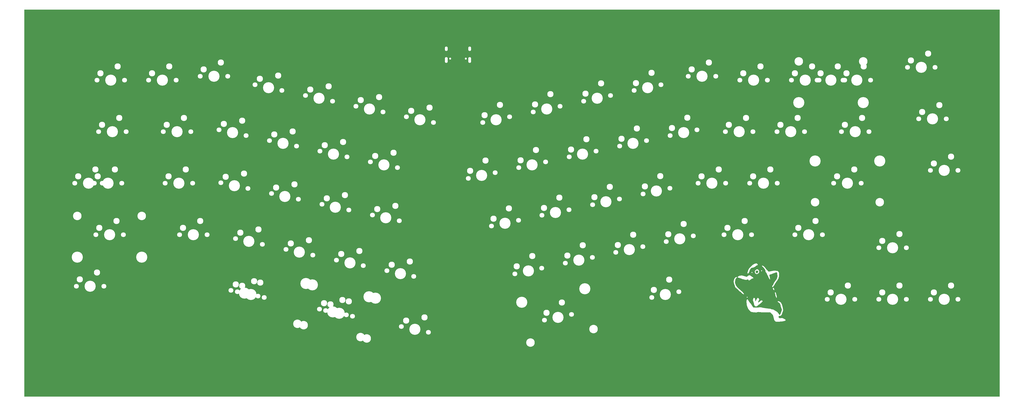
<source format=gto>
%TF.GenerationSoftware,KiCad,Pcbnew,(5.1.4)-1*%
%TF.CreationDate,2020-09-07T21:46:20+12:00*%
%TF.ProjectId,puffazz-arisu-v2,70756666-617a-47a2-9d61-726973752d76,rev?*%
%TF.SameCoordinates,Original*%
%TF.FileFunction,Legend,Top*%
%TF.FilePolarity,Positive*%
%FSLAX46Y46*%
G04 Gerber Fmt 4.6, Leading zero omitted, Abs format (unit mm)*
G04 Created by KiCad (PCBNEW (5.1.4)-1) date 2020-09-07 21:46:20*
%MOMM*%
%LPD*%
G04 APERTURE LIST*
%ADD10C,0.010000*%
%ADD11C,0.120000*%
%ADD12C,0.150000*%
%ADD13C,0.254000*%
%ADD14C,2.300000*%
%ADD15C,4.100000*%
%ADD16C,1.800000*%
%ADD17C,3.150000*%
%ADD18C,0.750000*%
%ADD19O,1.100000X2.200000*%
%ADD20O,1.100000X1.700000*%
G04 APERTURE END LIST*
D10*
%TO.C,G\002A\002A\002A*%
G36*
X385233333Y-181398334D02*
G01*
X25230667Y-181398334D01*
X25230667Y-38396334D01*
X385233333Y-38396334D01*
X385233333Y-181398334D01*
X385233333Y-181398334D01*
G37*
X385233333Y-181398334D02*
X25230667Y-181398334D01*
X25230667Y-38396334D01*
X385233333Y-38396334D01*
X385233333Y-181398334D01*
D11*
%TO.C,MX_RETURN1*%
X322081635Y-95648194D02*
X336051635Y-95648194D01*
X336051635Y-95648194D02*
X336051635Y-109618194D01*
X336051635Y-109618194D02*
X322081635Y-109618194D01*
X322081635Y-109618194D02*
X322081635Y-95648194D01*
%TO.C,MX_LSHIFT1*%
X49670547Y-128666100D02*
X49670547Y-114696100D01*
X63640547Y-128666100D02*
X49670547Y-128666100D01*
X63640547Y-114696100D02*
X63640547Y-128666100D01*
X49670547Y-114696100D02*
X63640547Y-114696100D01*
%TO.C,MX_SPACE2*%
X133718371Y-141918851D02*
X147383093Y-144823377D01*
X147383093Y-144823377D02*
X144478567Y-158488099D01*
X144478567Y-158488099D02*
X130813845Y-155583573D01*
X130813845Y-155583573D02*
X133718371Y-141918851D01*
%TO.C,MX_SPACE1*%
X136049297Y-142414305D02*
X149714019Y-145318831D01*
X149714019Y-145318831D02*
X146809493Y-158983553D01*
X146809493Y-158983553D02*
X133144771Y-156079027D01*
X133144771Y-156079027D02*
X136049297Y-142414305D01*
%TO.C,MX_SPACE3*%
X216848979Y-160468738D02*
X213944452Y-146804016D01*
X230513701Y-157564211D02*
X216848979Y-160468738D01*
X227609174Y-143899489D02*
X230513701Y-157564211D01*
X213944452Y-146804016D02*
X227609174Y-143899489D01*
%TO.C,MX_#BKSP2*%
X316021461Y-71513248D02*
X316021461Y-57543248D01*
X329991461Y-71513248D02*
X316021461Y-71513248D01*
X329991461Y-57543248D02*
X329991461Y-71513248D01*
X316021461Y-57543248D02*
X329991461Y-57543248D01*
%TO.C,MX_#7*%
X194018702Y-87420116D02*
X191114175Y-73755394D01*
X207683424Y-84515589D02*
X194018702Y-87420116D01*
X204778897Y-70850867D02*
X207683424Y-84515589D01*
X191114175Y-73755394D02*
X204778897Y-70850867D01*
%TO.C,MX_#-1*%
X268397079Y-70016615D02*
X268397079Y-56046615D01*
X282367079Y-70016615D02*
X268397079Y-70016615D01*
X282367079Y-56046615D02*
X282367079Y-70016615D01*
X268397079Y-56046615D02*
X282367079Y-56046615D01*
%TO.C,MX_BCKSP1*%
X324959773Y-90570067D02*
X324959773Y-76600067D01*
X338929773Y-90570067D02*
X324959773Y-90570067D01*
X338929773Y-76600067D02*
X338929773Y-90570067D01*
X324959773Y-76600067D02*
X338929773Y-76600067D01*
%TO.C,MX_RALT1*%
X256447329Y-152051849D02*
X253542802Y-138387127D01*
X270112051Y-149147322D02*
X256447329Y-152051849D01*
X267207524Y-135482600D02*
X270112051Y-149147322D01*
X253542802Y-138387127D02*
X267207524Y-135482600D01*
%TO.C,MX_LCTRL1*%
X42538553Y-147718134D02*
X42538553Y-133748134D01*
X56508553Y-147718134D02*
X42538553Y-147718134D01*
X56508553Y-133748134D02*
X56508553Y-147718134D01*
X42538553Y-133748134D02*
X56508553Y-133748134D01*
%TO.C,MX_LALT2*%
X100532351Y-149147043D02*
X103436877Y-135482321D01*
X114197073Y-152051569D02*
X100532351Y-149147043D01*
X117101599Y-138386847D02*
X114197073Y-152051569D01*
X103436877Y-135482321D02*
X117101599Y-138386847D01*
%TO.C,MX_#TAB1*%
X50765104Y-90564603D02*
X50765104Y-76594603D01*
X64735104Y-90564603D02*
X50765104Y-90564603D01*
X64735104Y-76594603D02*
X64735104Y-90564603D01*
X50765104Y-76594603D02*
X64735104Y-76594603D01*
%TO.C,MX_CAPS2*%
X41942556Y-109621034D02*
X41942556Y-95651034D01*
X55912556Y-109621034D02*
X41942556Y-109621034D01*
X55912556Y-95651034D02*
X55912556Y-109621034D01*
X41942556Y-95651034D02*
X55912556Y-95651034D01*
%TO.C,MX_Z1*%
X80623103Y-128674963D02*
X80623103Y-114704963D01*
X94593103Y-128674963D02*
X80623103Y-128674963D01*
X94593103Y-114704963D02*
X94593103Y-128674963D01*
X80623103Y-114704963D02*
X94593103Y-114704963D01*
%TO.C,MX_Y1*%
X188662564Y-108034187D02*
X185758037Y-94369465D01*
X202327286Y-105129660D02*
X188662564Y-108034187D01*
X199422759Y-91464938D02*
X202327286Y-105129660D01*
X185758037Y-94369465D02*
X199422759Y-91464938D01*
%TO.C,MX_X1*%
X99837234Y-129519819D02*
X102741760Y-115855097D01*
X113501956Y-132424345D02*
X99837234Y-129519819D01*
X116406482Y-118759623D02*
X113501956Y-132424345D01*
X102741760Y-115855097D02*
X116406482Y-118759623D01*
%TO.C,MX_W1*%
X93784715Y-89287560D02*
X96689241Y-75622838D01*
X107449437Y-92192086D02*
X93784715Y-89287560D01*
X110353963Y-78527364D02*
X107449437Y-92192086D01*
X96689241Y-75622838D02*
X110353963Y-78527364D01*
%TO.C,MX_V1*%
X137104657Y-137441254D02*
X140009183Y-123776532D01*
X150769379Y-140345780D02*
X137104657Y-137441254D01*
X153673905Y-126681058D02*
X150769379Y-140345780D01*
X140009183Y-123776532D02*
X153673905Y-126681058D01*
%TO.C,MX_UP1*%
X338749687Y-133433250D02*
X338749687Y-119463250D01*
X352719687Y-133433250D02*
X338749687Y-133433250D01*
X352719687Y-119463250D02*
X352719687Y-133433250D01*
X338749687Y-119463250D02*
X352719687Y-119463250D01*
%TO.C,MX_U1*%
X207296276Y-104073469D02*
X204391749Y-90408747D01*
X220960998Y-101168942D02*
X207296276Y-104073469D01*
X218056471Y-87504220D02*
X220960998Y-101168942D01*
X204391749Y-90408747D02*
X218056471Y-87504220D01*
%TO.C,MX_T1*%
X149685850Y-101169713D02*
X152590376Y-87504991D01*
X163350572Y-104074239D02*
X149685850Y-101169713D01*
X166255098Y-90409517D02*
X163350572Y-104074239D01*
X152590376Y-87504991D02*
X166255098Y-90409517D01*
%TO.C,MX_S1*%
X94481096Y-108905748D02*
X97385622Y-95241026D01*
X108145818Y-111810274D02*
X94481096Y-108905748D01*
X111050344Y-98145552D02*
X108145818Y-111810274D01*
X97385622Y-95241026D02*
X111050344Y-98145552D01*
%TO.C,MX_RSHIFT1*%
X307790635Y-128668194D02*
X307790635Y-114698194D01*
X321760635Y-128668194D02*
X307790635Y-128668194D01*
X321760635Y-114698194D02*
X321760635Y-128668194D01*
X307790635Y-114698194D02*
X321760635Y-114698194D01*
%TO.C,MX_RIGHT1*%
X357799687Y-152483250D02*
X357799687Y-138513250D01*
X371769687Y-152483250D02*
X357799687Y-152483250D01*
X371769687Y-138513250D02*
X371769687Y-152483250D01*
X357799687Y-138513250D02*
X371769687Y-138513250D01*
%TO.C,MX_R1*%
X131052138Y-97208995D02*
X133956664Y-83544273D01*
X144716860Y-100113521D02*
X131052138Y-97208995D01*
X147621386Y-86448799D02*
X144716860Y-100113521D01*
X133956664Y-83544273D02*
X147621386Y-86448799D01*
%TO.C,MX_Q1*%
X74575794Y-90568458D02*
X74575794Y-76598458D01*
X88545794Y-90568458D02*
X74575794Y-90568458D01*
X88545794Y-76598458D02*
X88545794Y-90568458D01*
X74575794Y-76598458D02*
X88545794Y-76598458D01*
%TO.C,MX_PGDN1*%
X353531399Y-85806926D02*
X353531399Y-71836926D01*
X367501399Y-85806926D02*
X353531399Y-85806926D01*
X367501399Y-71836926D02*
X367501399Y-85806926D01*
X353531399Y-71836926D02*
X367501399Y-71836926D01*
%TO.C,MX_P1*%
X263197411Y-92191316D02*
X260292884Y-78526594D01*
X276862133Y-89286789D02*
X263197411Y-92191316D01*
X273957606Y-75622067D02*
X276862133Y-89286789D01*
X260292884Y-78526594D02*
X273957606Y-75622067D01*
%TO.C,MX_O1*%
X244563699Y-96152034D02*
X241659172Y-82487312D01*
X258228421Y-93247507D02*
X244563699Y-96152034D01*
X255323894Y-79582785D02*
X258228421Y-93247507D01*
X241659172Y-82487312D02*
X255323894Y-79582785D01*
%TO.C,MX_N1*%
X205895536Y-143322735D02*
X202991009Y-129658013D01*
X219560258Y-140418208D02*
X205895536Y-143322735D01*
X216655731Y-126753486D02*
X219560258Y-140418208D01*
X202991009Y-129658013D02*
X216655731Y-126753486D01*
%TO.C,MX_M1*%
X224529248Y-139362017D02*
X221624721Y-125697295D01*
X238193970Y-136457490D02*
X224529248Y-139362017D01*
X235289443Y-122792768D02*
X238193970Y-136457490D01*
X221624721Y-125697295D02*
X235289443Y-122792768D01*
%TO.C,MX_LWIN1*%
X161095338Y-162020103D02*
X163999864Y-148355381D01*
X174760060Y-164924629D02*
X161095338Y-162020103D01*
X177664586Y-151259907D02*
X174760060Y-164924629D01*
X163999864Y-148355381D02*
X177664586Y-151259907D01*
%TO.C,MX_LEFT1*%
X319699687Y-152483250D02*
X319699687Y-138513250D01*
X333669687Y-152483250D02*
X319699687Y-152483250D01*
X333669687Y-138513250D02*
X333669687Y-152483250D01*
X319699687Y-138513250D02*
X333669687Y-138513250D01*
%TO.C,MX_LALT1*%
X98204360Y-148652213D02*
X101108886Y-134987491D01*
X111869082Y-151556739D02*
X98204360Y-148652213D01*
X114773608Y-137892017D02*
X111869082Y-151556739D01*
X101108886Y-134987491D02*
X114773608Y-137892017D01*
%TO.C,MX_L1*%
X253187168Y-113797314D02*
X250282641Y-100132592D01*
X266851890Y-110892787D02*
X253187168Y-113797314D01*
X263947363Y-97228065D02*
X266851890Y-110892787D01*
X250282641Y-100132592D02*
X263947363Y-97228065D01*
%TO.C,MX_K1*%
X234553456Y-117758032D02*
X231648929Y-104093310D01*
X248218178Y-114853505D02*
X234553456Y-117758032D01*
X245313651Y-101188783D02*
X248218178Y-114853505D01*
X231648929Y-104093310D02*
X245313651Y-101188783D01*
%TO.C,MX_J1*%
X215919745Y-121718749D02*
X213015218Y-108054027D01*
X229584467Y-118814222D02*
X215919745Y-121718749D01*
X226679940Y-105149500D02*
X229584467Y-118814222D01*
X213015218Y-108054027D02*
X226679940Y-105149500D01*
%TO.C,MX_I1*%
X225929987Y-100112751D02*
X223025460Y-86448029D01*
X239594709Y-97208224D02*
X225929987Y-100112751D01*
X236690182Y-83543502D02*
X239594709Y-97208224D01*
X223025460Y-86448029D02*
X236690182Y-83543502D01*
%TO.C,MX_H1*%
X197286033Y-125679467D02*
X194381506Y-112014745D01*
X210950755Y-122774940D02*
X197286033Y-125679467D01*
X208046228Y-109110218D02*
X210950755Y-122774940D01*
X194381506Y-112014745D02*
X208046228Y-109110218D01*
%TO.C,MX_G1*%
X150382231Y-120787901D02*
X153286757Y-107123179D01*
X164046953Y-123692427D02*
X150382231Y-120787901D01*
X166951479Y-110027705D02*
X164046953Y-123692427D01*
X153286757Y-107123179D02*
X166951479Y-110027705D01*
%TO.C,MX_FN1*%
X357798522Y-104853865D02*
X357798522Y-90883865D01*
X371768522Y-104853865D02*
X357798522Y-104853865D01*
X371768522Y-90883865D02*
X371768522Y-104853865D01*
X357798522Y-90883865D02*
X371768522Y-90883865D01*
%TO.C,MX_F1*%
X131748520Y-116827184D02*
X134653046Y-103162462D01*
X145413242Y-119731710D02*
X131748520Y-116827184D01*
X148317768Y-106066988D02*
X145413242Y-119731710D01*
X134653046Y-103162462D02*
X148317768Y-106066988D01*
%TO.C,MX_ESC1*%
X50165073Y-71517918D02*
X50165073Y-57547918D01*
X64135073Y-71517918D02*
X50165073Y-71517918D01*
X64135073Y-57547918D02*
X64135073Y-71517918D01*
X50165073Y-57547918D02*
X64135073Y-57547918D01*
%TO.C,MX_E1*%
X112418427Y-93248277D02*
X115322953Y-79583555D01*
X126083149Y-96152803D02*
X112418427Y-93248277D01*
X128987675Y-82488081D02*
X126083149Y-96152803D01*
X115322953Y-79583555D02*
X128987675Y-82488081D01*
%TO.C,MX_DOWN1*%
X338749687Y-152483250D02*
X338749687Y-138513250D01*
X352719687Y-152483250D02*
X338749687Y-152483250D01*
X352719687Y-138513250D02*
X352719687Y-152483250D01*
X338749687Y-138513250D02*
X352719687Y-138513250D01*
%TO.C,MX_D1*%
X113114807Y-112866466D02*
X116019333Y-99201744D01*
X126779529Y-115770992D02*
X113114807Y-112866466D01*
X129684055Y-102106270D02*
X126779529Y-115770992D01*
X116019333Y-99201744D02*
X129684055Y-102106270D01*
%TO.C,MX_CAPS1*%
X49082691Y-109619495D02*
X49082691Y-95649495D01*
X63052691Y-109619495D02*
X49082691Y-109619495D01*
X63052691Y-95649495D02*
X63052691Y-109619495D01*
X49082691Y-95649495D02*
X63052691Y-95649495D01*
%TO.C,MX_C1*%
X118470945Y-133480536D02*
X121375471Y-119815814D01*
X132135667Y-136385062D02*
X118470945Y-133480536D01*
X135040193Y-122720340D02*
X132135667Y-136385062D01*
X121375471Y-119815814D02*
X135040193Y-122720340D01*
%TO.C,MX_B1*%
X155738369Y-141401972D02*
X158642895Y-127737250D01*
X169403091Y-144306498D02*
X155738369Y-141401972D01*
X172307617Y-130641776D02*
X169403091Y-144306498D01*
X158642895Y-127737250D02*
X172307617Y-130641776D01*
%TO.C,MX_A1*%
X75279249Y-109622839D02*
X75279249Y-95652839D01*
X89249249Y-109622839D02*
X75279249Y-109622839D01*
X89249249Y-95652839D02*
X89249249Y-109622839D01*
X75279249Y-95652839D02*
X89249249Y-95652839D01*
%TO.C,MX_]1*%
X301143773Y-90570067D02*
X301143773Y-76600067D01*
X315113773Y-90570067D02*
X301143773Y-90570067D01*
X315113773Y-76600067D02*
X315113773Y-90570067D01*
X301143773Y-76600067D02*
X315113773Y-76600067D01*
%TO.C,MX_[1*%
X282093773Y-90570067D02*
X282093773Y-76600067D01*
X296063773Y-90570067D02*
X282093773Y-90570067D01*
X296063773Y-76600067D02*
X296063773Y-90570067D01*
X282093773Y-76600067D02*
X296063773Y-76600067D01*
%TO.C,MX_?1*%
X281598635Y-128668194D02*
X281598635Y-114698194D01*
X295568635Y-128668194D02*
X281598635Y-128668194D01*
X295568635Y-114698194D02*
X295568635Y-128668194D01*
X281598635Y-114698194D02*
X295568635Y-114698194D01*
%TO.C,MX_>1*%
X261796671Y-131440582D02*
X258892144Y-117775860D01*
X275461393Y-128536055D02*
X261796671Y-131440582D01*
X272556866Y-114871333D02*
X275461393Y-128536055D01*
X258892144Y-117775860D02*
X272556866Y-114871333D01*
%TO.C,MX_<1*%
X243162959Y-135401300D02*
X240258432Y-121736578D01*
X256827681Y-132496773D02*
X243162959Y-135401300D01*
X253923154Y-118832051D02*
X256827681Y-132496773D01*
X240258432Y-121736578D02*
X253923154Y-118832051D01*
%TO.C,MX_:1*%
X272073635Y-109618194D02*
X272073635Y-95648194D01*
X286043635Y-109618194D02*
X272073635Y-109618194D01*
X286043635Y-95648194D02*
X286043635Y-109618194D01*
X272073635Y-95648194D02*
X286043635Y-95648194D01*
%TO.C,MX_#|1*%
X325546461Y-71513248D02*
X325546461Y-57543248D01*
X339516461Y-71513248D02*
X325546461Y-71513248D01*
X339516461Y-57543248D02*
X339516461Y-71513248D01*
X325546461Y-57543248D02*
X339516461Y-57543248D01*
%TO.C,MX_#PGUP1*%
X349356029Y-66752181D02*
X349356029Y-52782181D01*
X363326029Y-66752181D02*
X349356029Y-66752181D01*
X363326029Y-52782181D02*
X363326029Y-66752181D01*
X349356029Y-52782181D02*
X363326029Y-52782181D01*
%TO.C,MX_#`1*%
X306496461Y-71513248D02*
X306496461Y-57543248D01*
X320466461Y-71513248D02*
X306496461Y-71513248D01*
X320466461Y-57543248D02*
X320466461Y-71513248D01*
X306496461Y-57543248D02*
X320466461Y-57543248D01*
%TO.C,MX_#+1*%
X287446461Y-71513248D02*
X287446461Y-57543248D01*
X301416461Y-71513248D02*
X287446461Y-71513248D01*
X301416461Y-57543248D02*
X301416461Y-71513248D01*
X287446461Y-57543248D02*
X301416461Y-57543248D01*
%TO.C,MX_#9*%
X231286126Y-79498681D02*
X228381599Y-65833959D01*
X244950848Y-76594154D02*
X231286126Y-79498681D01*
X242046321Y-62929432D02*
X244950848Y-76594154D01*
X228381599Y-65833959D02*
X242046321Y-62929432D01*
%TO.C,MX_#8*%
X212652414Y-83459398D02*
X209747887Y-69794676D01*
X226317136Y-80554871D02*
X212652414Y-83459398D01*
X223412609Y-66890149D02*
X226317136Y-80554871D01*
X209747887Y-69794676D02*
X223412609Y-66890149D01*
%TO.C,MX_#6*%
X162963424Y-84516360D02*
X165867950Y-70851638D01*
X176628146Y-87420886D02*
X162963424Y-84516360D01*
X179532672Y-73756164D02*
X176628146Y-87420886D01*
X165867950Y-70851638D02*
X179532672Y-73756164D01*
%TO.C,MX_#5*%
X144329712Y-80555642D02*
X147234238Y-66890920D01*
X157994434Y-83460168D02*
X144329712Y-80555642D01*
X160898960Y-69795446D02*
X157994434Y-83460168D01*
X147234238Y-66890920D02*
X160898960Y-69795446D01*
%TO.C,MX_#4*%
X125696000Y-76594925D02*
X128600526Y-62930203D01*
X139360722Y-79499451D02*
X125696000Y-76594925D01*
X142265248Y-65834729D02*
X139360722Y-79499451D01*
X128600526Y-62930203D02*
X142265248Y-65834729D01*
%TO.C,MX_#3*%
X107062288Y-72634207D02*
X109966814Y-58969485D01*
X120727010Y-75538733D02*
X107062288Y-72634207D01*
X123631536Y-61874011D02*
X120727010Y-75538733D01*
X109966814Y-58969485D02*
X123631536Y-61874011D01*
%TO.C,MX_#2*%
X88271075Y-70015941D02*
X88271075Y-56045941D01*
X102241075Y-70015941D02*
X88271075Y-70015941D01*
X102241075Y-56045941D02*
X102241075Y-70015941D01*
X88271075Y-56045941D02*
X102241075Y-56045941D01*
%TO.C,MX_#1*%
X69217273Y-71518345D02*
X69217273Y-57548345D01*
X83187273Y-71518345D02*
X69217273Y-71518345D01*
X83187273Y-57548345D02*
X83187273Y-71518345D01*
X69217273Y-57548345D02*
X83187273Y-57548345D01*
%TO.C,MX_#0*%
X249919837Y-75537963D02*
X247015310Y-61873241D01*
X263584559Y-72633436D02*
X249919837Y-75537963D01*
X260680032Y-58968714D02*
X263584559Y-72633436D01*
X247015310Y-61873241D02*
X260680032Y-58968714D01*
%TO.C,MX_"1*%
X291123635Y-109618194D02*
X291123635Y-95648194D01*
X305093635Y-109618194D02*
X291123635Y-109618194D01*
X305093635Y-95648194D02*
X305093635Y-109618194D01*
X291123635Y-95648194D02*
X305093635Y-95648194D01*
%TO.C,MX_RETURN1*%
D12*
X324519015Y-95211574D02*
X324519015Y-94211574D01*
X324852349Y-94925860D01*
X325185682Y-94211574D01*
X325185682Y-95211574D01*
X325566635Y-94211574D02*
X326233301Y-95211574D01*
X326233301Y-94211574D02*
X325566635Y-95211574D01*
X326376158Y-95306813D02*
X327138063Y-95306813D01*
X327947587Y-95211574D02*
X327614254Y-94735384D01*
X327376158Y-95211574D02*
X327376158Y-94211574D01*
X327757111Y-94211574D01*
X327852349Y-94259194D01*
X327899968Y-94306813D01*
X327947587Y-94402051D01*
X327947587Y-94544908D01*
X327899968Y-94640146D01*
X327852349Y-94687765D01*
X327757111Y-94735384D01*
X327376158Y-94735384D01*
X328376158Y-94687765D02*
X328709492Y-94687765D01*
X328852349Y-95211574D02*
X328376158Y-95211574D01*
X328376158Y-94211574D01*
X328852349Y-94211574D01*
X329138063Y-94211574D02*
X329709492Y-94211574D01*
X329423777Y-95211574D02*
X329423777Y-94211574D01*
X330042825Y-94211574D02*
X330042825Y-95021098D01*
X330090444Y-95116336D01*
X330138063Y-95163955D01*
X330233301Y-95211574D01*
X330423777Y-95211574D01*
X330519015Y-95163955D01*
X330566635Y-95116336D01*
X330614254Y-95021098D01*
X330614254Y-94211574D01*
X331661873Y-95211574D02*
X331328539Y-94735384D01*
X331090444Y-95211574D02*
X331090444Y-94211574D01*
X331471396Y-94211574D01*
X331566635Y-94259194D01*
X331614254Y-94306813D01*
X331661873Y-94402051D01*
X331661873Y-94544908D01*
X331614254Y-94640146D01*
X331566635Y-94687765D01*
X331471396Y-94735384D01*
X331090444Y-94735384D01*
X332090444Y-95211574D02*
X332090444Y-94211574D01*
X332661873Y-95211574D01*
X332661873Y-94211574D01*
X333661873Y-95211574D02*
X333090444Y-95211574D01*
X333376158Y-95211574D02*
X333376158Y-94211574D01*
X333280920Y-94354432D01*
X333185682Y-94449670D01*
X333090444Y-94497289D01*
%TO.C,MX_LSHIFT1*%
X52536499Y-114259480D02*
X52536499Y-113259480D01*
X52869832Y-113973766D01*
X53203166Y-113259480D01*
X53203166Y-114259480D01*
X53584118Y-113259480D02*
X54250785Y-114259480D01*
X54250785Y-113259480D02*
X53584118Y-114259480D01*
X54393642Y-114354719D02*
X55155547Y-114354719D01*
X55869832Y-114259480D02*
X55393642Y-114259480D01*
X55393642Y-113259480D01*
X56155547Y-114211861D02*
X56298404Y-114259480D01*
X56536499Y-114259480D01*
X56631737Y-114211861D01*
X56679356Y-114164242D01*
X56726975Y-114069004D01*
X56726975Y-113973766D01*
X56679356Y-113878528D01*
X56631737Y-113830909D01*
X56536499Y-113783290D01*
X56346023Y-113735671D01*
X56250785Y-113688052D01*
X56203166Y-113640433D01*
X56155547Y-113545195D01*
X56155547Y-113449957D01*
X56203166Y-113354719D01*
X56250785Y-113307100D01*
X56346023Y-113259480D01*
X56584118Y-113259480D01*
X56726975Y-113307100D01*
X57155547Y-114259480D02*
X57155547Y-113259480D01*
X57155547Y-113735671D02*
X57726975Y-113735671D01*
X57726975Y-114259480D02*
X57726975Y-113259480D01*
X58203166Y-114259480D02*
X58203166Y-113259480D01*
X59012689Y-113735671D02*
X58679356Y-113735671D01*
X58679356Y-114259480D02*
X58679356Y-113259480D01*
X59155547Y-113259480D01*
X59393642Y-113259480D02*
X59965070Y-113259480D01*
X59679356Y-114259480D02*
X59679356Y-113259480D01*
X60822213Y-114259480D02*
X60250785Y-114259480D01*
X60536499Y-114259480D02*
X60536499Y-113259480D01*
X60441261Y-113402338D01*
X60346023Y-113497576D01*
X60250785Y-113545195D01*
%TO.C,MX_SPACE2*%
X136705630Y-142107439D02*
X136913541Y-141129291D01*
X137091082Y-141897272D01*
X137565640Y-141267899D01*
X137357728Y-142246047D01*
X137938267Y-141347103D02*
X138382454Y-142463859D01*
X138590366Y-141485711D02*
X137730356Y-142325251D01*
X138502388Y-142586717D02*
X139247644Y-142745126D01*
X139463659Y-142644993D02*
X139593494Y-142721273D01*
X139826386Y-142770776D01*
X139929444Y-142743999D01*
X139985923Y-142707321D01*
X140052302Y-142624064D01*
X140072103Y-142530908D01*
X140045326Y-142427850D01*
X140008648Y-142371371D01*
X139925392Y-142304992D01*
X139748979Y-142218811D01*
X139665722Y-142152431D01*
X139629044Y-142095952D01*
X139602267Y-141992895D01*
X139622068Y-141899738D01*
X139688448Y-141816482D01*
X139744927Y-141779804D01*
X139847984Y-141753026D01*
X140080876Y-141802529D01*
X140210711Y-141878809D01*
X140431906Y-142899483D02*
X140639818Y-141921336D01*
X141012446Y-142000540D01*
X141095702Y-142066920D01*
X141132380Y-142123399D01*
X141159157Y-142226456D01*
X141129455Y-142366192D01*
X141063076Y-142449448D01*
X141006597Y-142486126D01*
X140903539Y-142512903D01*
X140530912Y-142433699D01*
X141422879Y-142818024D02*
X141888663Y-142917029D01*
X141270318Y-143077693D02*
X141804279Y-142168850D01*
X141922417Y-143216301D01*
X142827209Y-143311255D02*
X142770730Y-143347933D01*
X142621094Y-143364810D01*
X142527937Y-143345008D01*
X142398102Y-143268728D01*
X142324746Y-143155770D01*
X142297969Y-143052713D01*
X142290993Y-142856498D01*
X142320694Y-142716763D01*
X142406875Y-142540350D01*
X142473254Y-142457093D01*
X142586212Y-142383738D01*
X142735848Y-142366861D01*
X142829005Y-142386662D01*
X142958840Y-142462942D01*
X142995518Y-142519421D01*
X143335520Y-142981154D02*
X143661569Y-143050458D01*
X143692398Y-143592522D02*
X143226614Y-143493517D01*
X143434525Y-142515369D01*
X143900310Y-142614375D01*
X144253136Y-142786736D02*
X144309615Y-142750058D01*
X144412673Y-142723281D01*
X144645565Y-142772784D01*
X144728822Y-142839163D01*
X144765499Y-142895642D01*
X144792277Y-142998700D01*
X144772476Y-143091857D01*
X144696196Y-143221691D01*
X144018447Y-143661826D01*
X144623967Y-143790533D01*
%TO.C,MX_SPACE1*%
X139036556Y-142602893D02*
X139244467Y-141624745D01*
X139422008Y-142392726D01*
X139896566Y-141763353D01*
X139688654Y-142741501D01*
X140269193Y-141842557D02*
X140713380Y-142959313D01*
X140921292Y-141981165D02*
X140061282Y-142820705D01*
X140833314Y-143082171D02*
X141578570Y-143240580D01*
X141794585Y-143140447D02*
X141924420Y-143216727D01*
X142157312Y-143266230D01*
X142260370Y-143239453D01*
X142316849Y-143202775D01*
X142383228Y-143119518D01*
X142403029Y-143026362D01*
X142376252Y-142923304D01*
X142339574Y-142866825D01*
X142256318Y-142800446D01*
X142079905Y-142714265D01*
X141996648Y-142647885D01*
X141959970Y-142591406D01*
X141933193Y-142488349D01*
X141952994Y-142395192D01*
X142019374Y-142311936D01*
X142075853Y-142275258D01*
X142178910Y-142248480D01*
X142411802Y-142297983D01*
X142541637Y-142374263D01*
X142762832Y-143394937D02*
X142970744Y-142416790D01*
X143343372Y-142495994D01*
X143426628Y-142562374D01*
X143463306Y-142618853D01*
X143490083Y-142721910D01*
X143460381Y-142861646D01*
X143394002Y-142944902D01*
X143337523Y-142981580D01*
X143234465Y-143008357D01*
X142861838Y-142929153D01*
X143753805Y-143313478D02*
X144219589Y-143412483D01*
X143601244Y-143573147D02*
X144135205Y-142664304D01*
X144253343Y-143711755D01*
X145158135Y-143806709D02*
X145101656Y-143843387D01*
X144952020Y-143860264D01*
X144858863Y-143840462D01*
X144729028Y-143764182D01*
X144655672Y-143651224D01*
X144628895Y-143548167D01*
X144621919Y-143351952D01*
X144651620Y-143212217D01*
X144737801Y-143035804D01*
X144804180Y-142952547D01*
X144917138Y-142879192D01*
X145066774Y-142862315D01*
X145159931Y-142882116D01*
X145289766Y-142958396D01*
X145326444Y-143014875D01*
X145666446Y-143476608D02*
X145992495Y-143545912D01*
X146023324Y-144087976D02*
X145557540Y-143988971D01*
X145765451Y-143010823D01*
X146231236Y-143109829D01*
X146954893Y-144285987D02*
X146395952Y-144167181D01*
X146675423Y-144226584D02*
X146883334Y-143248437D01*
X146760476Y-143368371D01*
X146647518Y-143441727D01*
X146544460Y-143468504D01*
%TO.C,MX_SPACE3*%
X216750155Y-145761271D02*
X216542243Y-144783123D01*
X217016801Y-145412496D01*
X217194342Y-144644515D01*
X217402254Y-145622663D01*
X217566970Y-144565311D02*
X218426980Y-145404851D01*
X218219068Y-144426703D02*
X217774881Y-145543459D01*
X218586516Y-145468306D02*
X219331771Y-145309897D01*
X219488384Y-145130560D02*
X219638020Y-145147436D01*
X219870912Y-145097934D01*
X219954168Y-145031554D01*
X219990846Y-144975075D01*
X220017623Y-144872018D01*
X219997822Y-144778861D01*
X219931443Y-144695604D01*
X219874964Y-144658926D01*
X219771906Y-144632149D01*
X219575692Y-144625173D01*
X219472634Y-144598395D01*
X219416155Y-144561718D01*
X219349776Y-144478461D01*
X219329975Y-144385304D01*
X219356752Y-144282247D01*
X219393430Y-144225768D01*
X219476686Y-144159388D01*
X219709579Y-144109885D01*
X219859214Y-144126762D01*
X220476432Y-144969226D02*
X220268520Y-143991079D01*
X220641148Y-143911874D01*
X220744205Y-143938652D01*
X220800684Y-143975330D01*
X220867064Y-144058586D01*
X220896765Y-144198321D01*
X220869988Y-144301379D01*
X220833310Y-144357858D01*
X220750054Y-144424237D01*
X220377426Y-144503442D01*
X221348598Y-144491744D02*
X221814382Y-144392739D01*
X221314844Y-144791016D02*
X221432981Y-143743565D01*
X221966942Y-144652409D01*
X222832132Y-144371141D02*
X222795454Y-144427620D01*
X222665619Y-144503900D01*
X222572462Y-144523701D01*
X222422826Y-144506825D01*
X222309868Y-144433469D01*
X222243489Y-144350212D01*
X222157308Y-144173799D01*
X222127606Y-144034064D01*
X222134583Y-143837849D01*
X222161360Y-143734792D01*
X222234716Y-143621834D01*
X222364551Y-143545554D01*
X222457708Y-143525753D01*
X222607343Y-143542629D01*
X222663822Y-143579307D01*
X223162233Y-143862830D02*
X223488282Y-143793526D01*
X223736924Y-144276187D02*
X223271139Y-144375193D01*
X223063227Y-143397045D01*
X223529012Y-143298040D01*
X223855061Y-143228736D02*
X224460581Y-143100029D01*
X224213736Y-143541960D01*
X224353472Y-143512259D01*
X224456529Y-143539036D01*
X224513008Y-143575714D01*
X224579388Y-143658970D01*
X224628891Y-143891862D01*
X224602113Y-143994920D01*
X224565435Y-144051399D01*
X224482179Y-144117778D01*
X224202708Y-144177182D01*
X224099651Y-144150404D01*
X224043172Y-144113727D01*
%TO.C,MX_#BKSP2*%
X318863603Y-57106628D02*
X318863603Y-56106628D01*
X319196937Y-56820914D01*
X319530270Y-56106628D01*
X319530270Y-57106628D01*
X319911222Y-56106628D02*
X320577889Y-57106628D01*
X320577889Y-56106628D02*
X319911222Y-57106628D01*
X320720746Y-57201867D02*
X321482651Y-57201867D01*
X321673127Y-56439962D02*
X322387413Y-56439962D01*
X321958841Y-56011390D02*
X321673127Y-57297105D01*
X322292175Y-56868533D02*
X321577889Y-56868533D01*
X322006461Y-57297105D02*
X322292175Y-56011390D01*
X323054080Y-56582819D02*
X323196937Y-56630438D01*
X323244556Y-56678057D01*
X323292175Y-56773295D01*
X323292175Y-56916152D01*
X323244556Y-57011390D01*
X323196937Y-57059009D01*
X323101699Y-57106628D01*
X322720746Y-57106628D01*
X322720746Y-56106628D01*
X323054080Y-56106628D01*
X323149318Y-56154248D01*
X323196937Y-56201867D01*
X323244556Y-56297105D01*
X323244556Y-56392343D01*
X323196937Y-56487581D01*
X323149318Y-56535200D01*
X323054080Y-56582819D01*
X322720746Y-56582819D01*
X323720746Y-57106628D02*
X323720746Y-56106628D01*
X324292175Y-57106628D02*
X323863603Y-56535200D01*
X324292175Y-56106628D02*
X323720746Y-56678057D01*
X324673127Y-57059009D02*
X324815984Y-57106628D01*
X325054080Y-57106628D01*
X325149318Y-57059009D01*
X325196937Y-57011390D01*
X325244556Y-56916152D01*
X325244556Y-56820914D01*
X325196937Y-56725676D01*
X325149318Y-56678057D01*
X325054080Y-56630438D01*
X324863603Y-56582819D01*
X324768365Y-56535200D01*
X324720746Y-56487581D01*
X324673127Y-56392343D01*
X324673127Y-56297105D01*
X324720746Y-56201867D01*
X324768365Y-56154248D01*
X324863603Y-56106628D01*
X325101699Y-56106628D01*
X325244556Y-56154248D01*
X325673127Y-57106628D02*
X325673127Y-56106628D01*
X326054080Y-56106628D01*
X326149318Y-56154248D01*
X326196937Y-56201867D01*
X326244556Y-56297105D01*
X326244556Y-56439962D01*
X326196937Y-56535200D01*
X326149318Y-56582819D01*
X326054080Y-56630438D01*
X325673127Y-56630438D01*
X326625508Y-56201867D02*
X326673127Y-56154248D01*
X326768365Y-56106628D01*
X327006461Y-56106628D01*
X327101699Y-56154248D01*
X327149318Y-56201867D01*
X327196937Y-56297105D01*
X327196937Y-56392343D01*
X327149318Y-56535200D01*
X326577889Y-57106628D01*
X327196937Y-57106628D01*
%TO.C,MX_#7*%
X195736438Y-72326527D02*
X195528526Y-71348380D01*
X196003084Y-71977753D01*
X196180625Y-71209772D01*
X196388536Y-72187919D01*
X196553252Y-71130567D02*
X197413262Y-71970107D01*
X197205351Y-70991960D02*
X196761164Y-72108715D01*
X197572799Y-72033562D02*
X198318054Y-71875153D01*
X198345959Y-71090296D02*
X199044636Y-70941788D01*
X198536325Y-70611686D02*
X198524169Y-71928708D01*
X199040584Y-71380795D02*
X198341907Y-71529303D01*
X198850218Y-71859404D02*
X198862374Y-70542383D01*
X199208224Y-70566236D02*
X199860323Y-70427628D01*
X199649028Y-71494880D01*
%TO.C,MX_#-1*%
X272596364Y-55609995D02*
X272596364Y-54609995D01*
X272929698Y-55324281D01*
X273263031Y-54609995D01*
X273263031Y-55609995D01*
X273643983Y-54609995D02*
X274310650Y-55609995D01*
X274310650Y-54609995D02*
X273643983Y-55609995D01*
X274453507Y-55705234D02*
X275215412Y-55705234D01*
X275405888Y-54943329D02*
X276120174Y-54943329D01*
X275691602Y-54514757D02*
X275405888Y-55800472D01*
X276024936Y-55371900D02*
X275310650Y-55371900D01*
X275739221Y-55800472D02*
X276024936Y-54514757D01*
X276453507Y-55229043D02*
X277215412Y-55229043D01*
X278215412Y-55609995D02*
X277643983Y-55609995D01*
X277929698Y-55609995D02*
X277929698Y-54609995D01*
X277834459Y-54752853D01*
X277739221Y-54848091D01*
X277643983Y-54895710D01*
%TO.C,MX_BCKSP1*%
X327801915Y-76163447D02*
X327801915Y-75163447D01*
X328135249Y-75877733D01*
X328468582Y-75163447D01*
X328468582Y-76163447D01*
X328849534Y-75163447D02*
X329516201Y-76163447D01*
X329516201Y-75163447D02*
X328849534Y-76163447D01*
X329659058Y-76258686D02*
X330420963Y-76258686D01*
X330992392Y-75639638D02*
X331135249Y-75687257D01*
X331182868Y-75734876D01*
X331230487Y-75830114D01*
X331230487Y-75972971D01*
X331182868Y-76068209D01*
X331135249Y-76115828D01*
X331040011Y-76163447D01*
X330659058Y-76163447D01*
X330659058Y-75163447D01*
X330992392Y-75163447D01*
X331087630Y-75211067D01*
X331135249Y-75258686D01*
X331182868Y-75353924D01*
X331182868Y-75449162D01*
X331135249Y-75544400D01*
X331087630Y-75592019D01*
X330992392Y-75639638D01*
X330659058Y-75639638D01*
X332230487Y-76068209D02*
X332182868Y-76115828D01*
X332040011Y-76163447D01*
X331944773Y-76163447D01*
X331801915Y-76115828D01*
X331706677Y-76020590D01*
X331659058Y-75925352D01*
X331611439Y-75734876D01*
X331611439Y-75592019D01*
X331659058Y-75401543D01*
X331706677Y-75306305D01*
X331801915Y-75211067D01*
X331944773Y-75163447D01*
X332040011Y-75163447D01*
X332182868Y-75211067D01*
X332230487Y-75258686D01*
X332659058Y-76163447D02*
X332659058Y-75163447D01*
X333230487Y-76163447D02*
X332801915Y-75592019D01*
X333230487Y-75163447D02*
X332659058Y-75734876D01*
X333611439Y-76115828D02*
X333754296Y-76163447D01*
X333992392Y-76163447D01*
X334087630Y-76115828D01*
X334135249Y-76068209D01*
X334182868Y-75972971D01*
X334182868Y-75877733D01*
X334135249Y-75782495D01*
X334087630Y-75734876D01*
X333992392Y-75687257D01*
X333801915Y-75639638D01*
X333706677Y-75592019D01*
X333659058Y-75544400D01*
X333611439Y-75449162D01*
X333611439Y-75353924D01*
X333659058Y-75258686D01*
X333706677Y-75211067D01*
X333801915Y-75163447D01*
X334040011Y-75163447D01*
X334182868Y-75211067D01*
X334611439Y-76163447D02*
X334611439Y-75163447D01*
X334992392Y-75163447D01*
X335087630Y-75211067D01*
X335135249Y-75258686D01*
X335182868Y-75353924D01*
X335182868Y-75496781D01*
X335135249Y-75592019D01*
X335087630Y-75639638D01*
X334992392Y-75687257D01*
X334611439Y-75687257D01*
X336135249Y-76163447D02*
X335563820Y-76163447D01*
X335849534Y-76163447D02*
X335849534Y-75163447D01*
X335754296Y-75306305D01*
X335659058Y-75401543D01*
X335563820Y-75449162D01*
%TO.C,MX_RALT1*%
X256977314Y-137210724D02*
X256769403Y-136232577D01*
X257243960Y-136861950D01*
X257421501Y-136093969D01*
X257629413Y-137072117D01*
X257794129Y-136014765D02*
X258654139Y-136854304D01*
X258446227Y-135876157D02*
X258002040Y-136992912D01*
X258813675Y-136917760D02*
X259558931Y-136759351D01*
X260330963Y-136497884D02*
X259905908Y-136101404D01*
X259772022Y-136616691D02*
X259564110Y-135638543D01*
X259936738Y-135559339D01*
X260039795Y-135586116D01*
X260096274Y-135622794D01*
X260162654Y-135706051D01*
X260192355Y-135845786D01*
X260165578Y-135948843D01*
X260128900Y-136005322D01*
X260045644Y-136071702D01*
X259673016Y-136150906D01*
X260644188Y-136139209D02*
X261109972Y-136040204D01*
X260610434Y-136438481D02*
X260728571Y-135391029D01*
X261262532Y-136299873D01*
X262054366Y-136131564D02*
X261588582Y-136230569D01*
X261380670Y-135252422D01*
X262032768Y-135113814D02*
X262591710Y-134995007D01*
X262520151Y-136032558D02*
X262312239Y-135054411D01*
X263638034Y-135794945D02*
X263079092Y-135913751D01*
X263358563Y-135854348D02*
X263150651Y-134876200D01*
X263087196Y-135035737D01*
X263013840Y-135148695D01*
X262930584Y-135215075D01*
%TO.C,MX_LCTRL1*%
X45666410Y-133311514D02*
X45666410Y-132311514D01*
X45999743Y-133025800D01*
X46333076Y-132311514D01*
X46333076Y-133311514D01*
X46714029Y-132311514D02*
X47380695Y-133311514D01*
X47380695Y-132311514D02*
X46714029Y-133311514D01*
X47523553Y-133406753D02*
X48285457Y-133406753D01*
X48999743Y-133311514D02*
X48523553Y-133311514D01*
X48523553Y-132311514D01*
X49904505Y-133216276D02*
X49856886Y-133263895D01*
X49714029Y-133311514D01*
X49618791Y-133311514D01*
X49475933Y-133263895D01*
X49380695Y-133168657D01*
X49333076Y-133073419D01*
X49285457Y-132882943D01*
X49285457Y-132740086D01*
X49333076Y-132549610D01*
X49380695Y-132454372D01*
X49475933Y-132359134D01*
X49618791Y-132311514D01*
X49714029Y-132311514D01*
X49856886Y-132359134D01*
X49904505Y-132406753D01*
X50190219Y-132311514D02*
X50761648Y-132311514D01*
X50475933Y-133311514D02*
X50475933Y-132311514D01*
X51666410Y-133311514D02*
X51333076Y-132835324D01*
X51094981Y-133311514D02*
X51094981Y-132311514D01*
X51475933Y-132311514D01*
X51571172Y-132359134D01*
X51618791Y-132406753D01*
X51666410Y-132501991D01*
X51666410Y-132644848D01*
X51618791Y-132740086D01*
X51571172Y-132787705D01*
X51475933Y-132835324D01*
X51094981Y-132835324D01*
X52571172Y-133311514D02*
X52094981Y-133311514D01*
X52094981Y-132311514D01*
X53428314Y-133311514D02*
X52856886Y-133311514D01*
X53142600Y-133311514D02*
X53142600Y-132311514D01*
X53047362Y-132454372D01*
X52952124Y-132549610D01*
X52856886Y-132597229D01*
%TO.C,MX_LALT2*%
X107146102Y-135824367D02*
X107354013Y-134846220D01*
X107531554Y-135614201D01*
X108006112Y-134984828D01*
X107798200Y-135962975D01*
X108378739Y-135064032D02*
X108822926Y-136180787D01*
X109030838Y-135202640D02*
X108170828Y-136042180D01*
X108942860Y-136303646D02*
X109688116Y-136462055D01*
X110406594Y-136517406D02*
X109940809Y-136418401D01*
X110148721Y-135440253D01*
X110745468Y-136297339D02*
X111211252Y-136396345D01*
X110592907Y-136557009D02*
X111126868Y-135648165D01*
X111245006Y-136695616D01*
X112036840Y-136863926D02*
X111571055Y-136764920D01*
X111778967Y-135786773D01*
X112431065Y-135925381D02*
X112990007Y-136044187D01*
X112502624Y-136962931D02*
X112710536Y-135984784D01*
X113249676Y-136196747D02*
X113306155Y-136160070D01*
X113409213Y-136133292D01*
X113642105Y-136182795D01*
X113725361Y-136249175D01*
X113762039Y-136305654D01*
X113788817Y-136408711D01*
X113769016Y-136501868D01*
X113692735Y-136631703D01*
X113014987Y-137071838D01*
X113620507Y-137200545D01*
%TO.C,MX_#TAB1*%
X54273913Y-76157983D02*
X54273913Y-75157983D01*
X54607246Y-75872269D01*
X54940580Y-75157983D01*
X54940580Y-76157983D01*
X55321532Y-75157983D02*
X55988199Y-76157983D01*
X55988199Y-75157983D02*
X55321532Y-76157983D01*
X56131056Y-76253222D02*
X56892961Y-76253222D01*
X57083437Y-75491317D02*
X57797723Y-75491317D01*
X57369151Y-75062745D02*
X57083437Y-76348460D01*
X57702484Y-75919888D02*
X56988199Y-75919888D01*
X57416770Y-76348460D02*
X57702484Y-75062745D01*
X57988199Y-75157983D02*
X58559627Y-75157983D01*
X58273913Y-76157983D02*
X58273913Y-75157983D01*
X58845342Y-75872269D02*
X59321532Y-75872269D01*
X58750104Y-76157983D02*
X59083437Y-75157983D01*
X59416770Y-76157983D01*
X60083437Y-75634174D02*
X60226294Y-75681793D01*
X60273913Y-75729412D01*
X60321532Y-75824650D01*
X60321532Y-75967507D01*
X60273913Y-76062745D01*
X60226294Y-76110364D01*
X60131056Y-76157983D01*
X59750104Y-76157983D01*
X59750104Y-75157983D01*
X60083437Y-75157983D01*
X60178675Y-75205603D01*
X60226294Y-75253222D01*
X60273913Y-75348460D01*
X60273913Y-75443698D01*
X60226294Y-75538936D01*
X60178675Y-75586555D01*
X60083437Y-75634174D01*
X59750104Y-75634174D01*
X61273913Y-76157983D02*
X60702484Y-76157983D01*
X60988199Y-76157983D02*
X60988199Y-75157983D01*
X60892961Y-75300841D01*
X60797723Y-75396079D01*
X60702484Y-75443698D01*
%TO.C,MX_CAPS2*%
X45356127Y-95214414D02*
X45356127Y-94214414D01*
X45689460Y-94928700D01*
X46022794Y-94214414D01*
X46022794Y-95214414D01*
X46403746Y-94214414D02*
X47070413Y-95214414D01*
X47070413Y-94214414D02*
X46403746Y-95214414D01*
X47213270Y-95309653D02*
X47975175Y-95309653D01*
X48784698Y-95119176D02*
X48737079Y-95166795D01*
X48594222Y-95214414D01*
X48498984Y-95214414D01*
X48356127Y-95166795D01*
X48260889Y-95071557D01*
X48213270Y-94976319D01*
X48165651Y-94785843D01*
X48165651Y-94642986D01*
X48213270Y-94452510D01*
X48260889Y-94357272D01*
X48356127Y-94262034D01*
X48498984Y-94214414D01*
X48594222Y-94214414D01*
X48737079Y-94262034D01*
X48784698Y-94309653D01*
X49165651Y-94928700D02*
X49641841Y-94928700D01*
X49070413Y-95214414D02*
X49403746Y-94214414D01*
X49737079Y-95214414D01*
X50070413Y-95214414D02*
X50070413Y-94214414D01*
X50451365Y-94214414D01*
X50546603Y-94262034D01*
X50594222Y-94309653D01*
X50641841Y-94404891D01*
X50641841Y-94547748D01*
X50594222Y-94642986D01*
X50546603Y-94690605D01*
X50451365Y-94738224D01*
X50070413Y-94738224D01*
X51022794Y-95166795D02*
X51165651Y-95214414D01*
X51403746Y-95214414D01*
X51498984Y-95166795D01*
X51546603Y-95119176D01*
X51594222Y-95023938D01*
X51594222Y-94928700D01*
X51546603Y-94833462D01*
X51498984Y-94785843D01*
X51403746Y-94738224D01*
X51213270Y-94690605D01*
X51118032Y-94642986D01*
X51070413Y-94595367D01*
X51022794Y-94500129D01*
X51022794Y-94404891D01*
X51070413Y-94309653D01*
X51118032Y-94262034D01*
X51213270Y-94214414D01*
X51451365Y-94214414D01*
X51594222Y-94262034D01*
X51975175Y-94309653D02*
X52022794Y-94262034D01*
X52118032Y-94214414D01*
X52356127Y-94214414D01*
X52451365Y-94262034D01*
X52498984Y-94309653D01*
X52546603Y-94404891D01*
X52546603Y-94500129D01*
X52498984Y-94642986D01*
X51927556Y-95214414D01*
X52546603Y-95214414D01*
%TO.C,MX_Z1*%
X85465245Y-114268343D02*
X85465245Y-113268343D01*
X85798579Y-113982629D01*
X86131912Y-113268343D01*
X86131912Y-114268343D01*
X86512864Y-113268343D02*
X87179531Y-114268343D01*
X87179531Y-113268343D02*
X86512864Y-114268343D01*
X87322388Y-114363582D02*
X88084293Y-114363582D01*
X88227150Y-113268343D02*
X88893817Y-113268343D01*
X88227150Y-114268343D01*
X88893817Y-114268343D01*
X89798579Y-114268343D02*
X89227150Y-114268343D01*
X89512864Y-114268343D02*
X89512864Y-113268343D01*
X89417626Y-113411201D01*
X89322388Y-113506439D01*
X89227150Y-113554058D01*
%TO.C,MX_Y1*%
X190450168Y-92925747D02*
X190242256Y-91947600D01*
X190716814Y-92576973D01*
X190894354Y-91808992D01*
X191102266Y-92787140D01*
X191266982Y-91729787D02*
X192126992Y-92569327D01*
X191919080Y-91591180D02*
X191474894Y-92707935D01*
X192286529Y-92632783D02*
X193031784Y-92474374D01*
X193332183Y-91826327D02*
X193431189Y-92292112D01*
X192897228Y-91383268D02*
X193332183Y-91826327D01*
X193549326Y-91244660D01*
X194595650Y-92044598D02*
X194036709Y-92163404D01*
X194316180Y-92104001D02*
X194108268Y-91125854D01*
X194044813Y-91285390D01*
X193971457Y-91398348D01*
X193888201Y-91464728D01*
%TO.C,MX_X1*%
X107568868Y-116434757D02*
X107776779Y-115456609D01*
X107954320Y-116224590D01*
X108428878Y-115595217D01*
X108220966Y-116573365D01*
X108801505Y-115674421D02*
X109245692Y-116791177D01*
X109453604Y-115813029D02*
X108593594Y-116652569D01*
X109365626Y-116914035D02*
X110110882Y-117072444D01*
X110478330Y-116030841D02*
X110922517Y-117147597D01*
X111130428Y-116169449D02*
X110270418Y-117008989D01*
X111807507Y-117335707D02*
X111248566Y-117216901D01*
X111528036Y-117276304D02*
X111735948Y-116298157D01*
X111613090Y-116418091D01*
X111500132Y-116491447D01*
X111397074Y-116518224D01*
%TO.C,MX_W1*%
X101423192Y-76182697D02*
X101631103Y-75204549D01*
X101808644Y-75972530D01*
X102283202Y-75343157D01*
X102075290Y-76321304D01*
X102655829Y-75422361D02*
X103100016Y-76539117D01*
X103307928Y-75560969D02*
X102447918Y-76400509D01*
X103219950Y-76661975D02*
X103965206Y-76820384D01*
X104332654Y-75778781D02*
X104357635Y-76806432D01*
X104692457Y-76147357D01*
X104730262Y-76885636D01*
X105171066Y-75956991D01*
X105848145Y-77123250D02*
X105289204Y-77004443D01*
X105568674Y-77063846D02*
X105776586Y-76085699D01*
X105653728Y-76205633D01*
X105540769Y-76278989D01*
X105437712Y-76305766D01*
%TO.C,MX_V1*%
X144882869Y-124366092D02*
X145090781Y-123387945D01*
X145268322Y-124155926D01*
X145742879Y-123526553D01*
X145534967Y-124504700D01*
X146115507Y-123605757D02*
X146559694Y-124722512D01*
X146767605Y-123744365D02*
X145907595Y-124583905D01*
X146679628Y-124845371D02*
X147424883Y-125003780D01*
X147745753Y-123952276D02*
X147863890Y-124999728D01*
X148397851Y-124090884D01*
X149028352Y-125247242D02*
X148469410Y-125128435D01*
X148748881Y-125187839D02*
X148956793Y-124209691D01*
X148833934Y-124329625D01*
X148720976Y-124402981D01*
X148617919Y-124429758D01*
%TO.C,MX_UP1*%
X343044210Y-119026630D02*
X343044210Y-118026630D01*
X343377544Y-118740916D01*
X343710877Y-118026630D01*
X343710877Y-119026630D01*
X344091829Y-118026630D02*
X344758496Y-119026630D01*
X344758496Y-118026630D02*
X344091829Y-119026630D01*
X344901353Y-119121869D02*
X345663258Y-119121869D01*
X345901353Y-118026630D02*
X345901353Y-118836154D01*
X345948972Y-118931392D01*
X345996591Y-118979011D01*
X346091829Y-119026630D01*
X346282306Y-119026630D01*
X346377544Y-118979011D01*
X346425163Y-118931392D01*
X346472782Y-118836154D01*
X346472782Y-118026630D01*
X346948972Y-119026630D02*
X346948972Y-118026630D01*
X347329925Y-118026630D01*
X347425163Y-118074250D01*
X347472782Y-118121869D01*
X347520401Y-118217107D01*
X347520401Y-118359964D01*
X347472782Y-118455202D01*
X347425163Y-118502821D01*
X347329925Y-118550440D01*
X346948972Y-118550440D01*
X348472782Y-119026630D02*
X347901353Y-119026630D01*
X348187067Y-119026630D02*
X348187067Y-118026630D01*
X348091829Y-118169488D01*
X347996591Y-118264726D01*
X347901353Y-118312345D01*
%TO.C,MX_U1*%
X208990723Y-88984830D02*
X208782811Y-88006683D01*
X209257369Y-88636056D01*
X209434909Y-87868075D01*
X209642821Y-88846223D01*
X209807537Y-87788871D02*
X210667547Y-88628410D01*
X210459636Y-87650263D02*
X210015449Y-88767018D01*
X210827084Y-88691866D02*
X211572339Y-88533457D01*
X211577518Y-87412649D02*
X211745828Y-88204483D01*
X211812208Y-88287740D01*
X211868687Y-88324417D01*
X211971744Y-88351195D01*
X212158058Y-88311593D01*
X212241314Y-88245213D01*
X212277992Y-88188734D01*
X212304769Y-88085677D01*
X212136460Y-87293843D01*
X213322519Y-88064079D02*
X212763578Y-88182885D01*
X213043049Y-88123482D02*
X212835137Y-87145334D01*
X212771682Y-87304871D01*
X212698326Y-87417829D01*
X212615069Y-87484209D01*
%TO.C,MX_T1*%
X157510641Y-88104452D02*
X157718552Y-87126304D01*
X157896093Y-87894285D01*
X158370651Y-87264912D01*
X158162739Y-88243060D01*
X158743278Y-87344117D02*
X159187465Y-88460872D01*
X159395377Y-87482724D02*
X158535367Y-88322264D01*
X159307399Y-88583731D02*
X160052655Y-88742139D01*
X160373524Y-87690636D02*
X160932466Y-87809443D01*
X160445083Y-88728187D02*
X160652995Y-87750039D01*
X161562966Y-88965800D02*
X161004025Y-88846994D01*
X161283496Y-88906397D02*
X161491407Y-87928249D01*
X161368549Y-88048184D01*
X161255591Y-88121539D01*
X161152533Y-88148317D01*
%TO.C,MX_S1*%
X102212730Y-95820686D02*
X102420641Y-94842538D01*
X102598182Y-95610519D01*
X103072740Y-94981146D01*
X102864828Y-95959294D01*
X103445367Y-95060350D02*
X103889554Y-96177106D01*
X104097466Y-95198958D02*
X103237456Y-96038498D01*
X104009488Y-96299964D02*
X104754744Y-96458373D01*
X104970759Y-96358240D02*
X105100594Y-96434520D01*
X105333486Y-96484023D01*
X105436544Y-96457246D01*
X105493023Y-96420568D01*
X105559402Y-96337311D01*
X105579203Y-96244155D01*
X105552426Y-96141097D01*
X105515748Y-96084618D01*
X105432492Y-96018239D01*
X105256079Y-95932058D01*
X105172822Y-95865678D01*
X105136144Y-95809199D01*
X105109367Y-95706142D01*
X105129168Y-95612985D01*
X105195548Y-95529729D01*
X105252027Y-95493051D01*
X105355084Y-95466273D01*
X105587976Y-95515776D01*
X105717811Y-95592056D01*
X106451369Y-96721636D02*
X105892428Y-96602830D01*
X106171898Y-96662233D02*
X106379810Y-95684086D01*
X106256952Y-95804020D01*
X106143994Y-95877376D01*
X106040936Y-95904153D01*
%TO.C,MX_RSHIFT1*%
X310561349Y-114261574D02*
X310561349Y-113261574D01*
X310894682Y-113975860D01*
X311228015Y-113261574D01*
X311228015Y-114261574D01*
X311608968Y-113261574D02*
X312275635Y-114261574D01*
X312275635Y-113261574D02*
X311608968Y-114261574D01*
X312418492Y-114356813D02*
X313180396Y-114356813D01*
X313989920Y-114261574D02*
X313656587Y-113785384D01*
X313418492Y-114261574D02*
X313418492Y-113261574D01*
X313799444Y-113261574D01*
X313894682Y-113309194D01*
X313942301Y-113356813D01*
X313989920Y-113452051D01*
X313989920Y-113594908D01*
X313942301Y-113690146D01*
X313894682Y-113737765D01*
X313799444Y-113785384D01*
X313418492Y-113785384D01*
X314370873Y-114213955D02*
X314513730Y-114261574D01*
X314751825Y-114261574D01*
X314847063Y-114213955D01*
X314894682Y-114166336D01*
X314942301Y-114071098D01*
X314942301Y-113975860D01*
X314894682Y-113880622D01*
X314847063Y-113833003D01*
X314751825Y-113785384D01*
X314561349Y-113737765D01*
X314466111Y-113690146D01*
X314418492Y-113642527D01*
X314370873Y-113547289D01*
X314370873Y-113452051D01*
X314418492Y-113356813D01*
X314466111Y-113309194D01*
X314561349Y-113261574D01*
X314799444Y-113261574D01*
X314942301Y-113309194D01*
X315370873Y-114261574D02*
X315370873Y-113261574D01*
X315370873Y-113737765D02*
X315942301Y-113737765D01*
X315942301Y-114261574D02*
X315942301Y-113261574D01*
X316418492Y-114261574D02*
X316418492Y-113261574D01*
X317228015Y-113737765D02*
X316894682Y-113737765D01*
X316894682Y-114261574D02*
X316894682Y-113261574D01*
X317370873Y-113261574D01*
X317608968Y-113261574D02*
X318180396Y-113261574D01*
X317894682Y-114261574D02*
X317894682Y-113261574D01*
X319037539Y-114261574D02*
X318466111Y-114261574D01*
X318751825Y-114261574D02*
X318751825Y-113261574D01*
X318656587Y-113404432D01*
X318561349Y-113499670D01*
X318466111Y-113547289D01*
%TO.C,MX_RIGHT1*%
X360975163Y-138076630D02*
X360975163Y-137076630D01*
X361308496Y-137790916D01*
X361641829Y-137076630D01*
X361641829Y-138076630D01*
X362022782Y-137076630D02*
X362689448Y-138076630D01*
X362689448Y-137076630D02*
X362022782Y-138076630D01*
X362832306Y-138171869D02*
X363594210Y-138171869D01*
X364403734Y-138076630D02*
X364070401Y-137600440D01*
X363832306Y-138076630D02*
X363832306Y-137076630D01*
X364213258Y-137076630D01*
X364308496Y-137124250D01*
X364356115Y-137171869D01*
X364403734Y-137267107D01*
X364403734Y-137409964D01*
X364356115Y-137505202D01*
X364308496Y-137552821D01*
X364213258Y-137600440D01*
X363832306Y-137600440D01*
X364832306Y-138076630D02*
X364832306Y-137076630D01*
X365832306Y-137124250D02*
X365737067Y-137076630D01*
X365594210Y-137076630D01*
X365451353Y-137124250D01*
X365356115Y-137219488D01*
X365308496Y-137314726D01*
X365260877Y-137505202D01*
X365260877Y-137648059D01*
X365308496Y-137838535D01*
X365356115Y-137933773D01*
X365451353Y-138029011D01*
X365594210Y-138076630D01*
X365689448Y-138076630D01*
X365832306Y-138029011D01*
X365879925Y-137981392D01*
X365879925Y-137648059D01*
X365689448Y-137648059D01*
X366308496Y-138076630D02*
X366308496Y-137076630D01*
X366308496Y-137552821D02*
X366879925Y-137552821D01*
X366879925Y-138076630D02*
X366879925Y-137076630D01*
X367213258Y-137076630D02*
X367784687Y-137076630D01*
X367498972Y-138076630D02*
X367498972Y-137076630D01*
X368641829Y-138076630D02*
X368070401Y-138076630D01*
X368356115Y-138076630D02*
X368356115Y-137076630D01*
X368260877Y-137219488D01*
X368165639Y-137314726D01*
X368070401Y-137362345D01*
%TO.C,MX_R1*%
X138760482Y-84118983D02*
X138968394Y-83140835D01*
X139145935Y-83908816D01*
X139620493Y-83279443D01*
X139412581Y-84257590D01*
X139993120Y-83358647D02*
X140437307Y-84475403D01*
X140645219Y-83497255D02*
X139785208Y-84336795D01*
X140557241Y-84598261D02*
X141302496Y-84756670D01*
X142114131Y-84831823D02*
X141887088Y-84296734D01*
X141555190Y-84713016D02*
X141763102Y-83734868D01*
X142135729Y-83814073D01*
X142218986Y-83880452D01*
X142255663Y-83936931D01*
X142282441Y-84039989D01*
X142252739Y-84179724D01*
X142186360Y-84262981D01*
X142129881Y-84299658D01*
X142026823Y-84326436D01*
X141654195Y-84247231D01*
X143045700Y-85029834D02*
X142486759Y-84911027D01*
X142766230Y-84970430D02*
X142974141Y-83992283D01*
X142851283Y-84112217D01*
X142738325Y-84185573D01*
X142635267Y-84212350D01*
%TO.C,MX_Q1*%
X79370317Y-76161838D02*
X79370317Y-75161838D01*
X79703651Y-75876124D01*
X80036984Y-75161838D01*
X80036984Y-76161838D01*
X80417936Y-75161838D02*
X81084603Y-76161838D01*
X81084603Y-75161838D02*
X80417936Y-76161838D01*
X81227460Y-76257077D02*
X81989365Y-76257077D01*
X82894127Y-76257077D02*
X82798889Y-76209458D01*
X82703651Y-76114219D01*
X82560794Y-75971362D01*
X82465555Y-75923743D01*
X82370317Y-75923743D01*
X82417936Y-76161838D02*
X82322698Y-76114219D01*
X82227460Y-76018981D01*
X82179841Y-75828505D01*
X82179841Y-75495172D01*
X82227460Y-75304696D01*
X82322698Y-75209458D01*
X82417936Y-75161838D01*
X82608413Y-75161838D01*
X82703651Y-75209458D01*
X82798889Y-75304696D01*
X82846508Y-75495172D01*
X82846508Y-75828505D01*
X82798889Y-76018981D01*
X82703651Y-76114219D01*
X82608413Y-76161838D01*
X82417936Y-76161838D01*
X83798889Y-76161838D02*
X83227460Y-76161838D01*
X83513174Y-76161838D02*
X83513174Y-75161838D01*
X83417936Y-75304696D01*
X83322698Y-75399934D01*
X83227460Y-75447553D01*
%TO.C,MX_PGDN1*%
X356825922Y-71400306D02*
X356825922Y-70400306D01*
X357159256Y-71114592D01*
X357492589Y-70400306D01*
X357492589Y-71400306D01*
X357873541Y-70400306D02*
X358540208Y-71400306D01*
X358540208Y-70400306D02*
X357873541Y-71400306D01*
X358683065Y-71495545D02*
X359444970Y-71495545D01*
X359683065Y-71400306D02*
X359683065Y-70400306D01*
X360064018Y-70400306D01*
X360159256Y-70447926D01*
X360206875Y-70495545D01*
X360254494Y-70590783D01*
X360254494Y-70733640D01*
X360206875Y-70828878D01*
X360159256Y-70876497D01*
X360064018Y-70924116D01*
X359683065Y-70924116D01*
X361206875Y-70447926D02*
X361111637Y-70400306D01*
X360968779Y-70400306D01*
X360825922Y-70447926D01*
X360730684Y-70543164D01*
X360683065Y-70638402D01*
X360635446Y-70828878D01*
X360635446Y-70971735D01*
X360683065Y-71162211D01*
X360730684Y-71257449D01*
X360825922Y-71352687D01*
X360968779Y-71400306D01*
X361064018Y-71400306D01*
X361206875Y-71352687D01*
X361254494Y-71305068D01*
X361254494Y-70971735D01*
X361064018Y-70971735D01*
X361683065Y-71400306D02*
X361683065Y-70400306D01*
X361921160Y-70400306D01*
X362064018Y-70447926D01*
X362159256Y-70543164D01*
X362206875Y-70638402D01*
X362254494Y-70828878D01*
X362254494Y-70971735D01*
X362206875Y-71162211D01*
X362159256Y-71257449D01*
X362064018Y-71352687D01*
X361921160Y-71400306D01*
X361683065Y-71400306D01*
X362683065Y-71400306D02*
X362683065Y-70400306D01*
X363254494Y-71400306D01*
X363254494Y-70400306D01*
X364254494Y-71400306D02*
X363683065Y-71400306D01*
X363968779Y-71400306D02*
X363968779Y-70400306D01*
X363873541Y-70543164D01*
X363778303Y-70638402D01*
X363683065Y-70686021D01*
%TO.C,MX_P1*%
X264915147Y-77097727D02*
X264707235Y-76119580D01*
X265181793Y-76748953D01*
X265359334Y-75980972D01*
X265567245Y-76959119D01*
X265731961Y-75901767D02*
X266591971Y-76741307D01*
X266384060Y-75763160D02*
X265939873Y-76879915D01*
X266751508Y-76804762D02*
X267496763Y-76646353D01*
X267709854Y-76503694D02*
X267501943Y-75525546D01*
X267874570Y-75446342D01*
X267977628Y-75473119D01*
X268034107Y-75509797D01*
X268100486Y-75593053D01*
X268130188Y-75732789D01*
X268103411Y-75835846D01*
X268066733Y-75892325D01*
X267983477Y-75958705D01*
X267610849Y-76037909D01*
X269200365Y-76186876D02*
X268641424Y-76305683D01*
X268920894Y-76246279D02*
X268712983Y-75268132D01*
X268649527Y-75427668D01*
X268576172Y-75540626D01*
X268492915Y-75607006D01*
%TO.C,MX_O1*%
X246258146Y-81063395D02*
X246050234Y-80085248D01*
X246524792Y-80714621D01*
X246702332Y-79946640D01*
X246910244Y-80924788D01*
X247074960Y-79867436D02*
X247934970Y-80706975D01*
X247727059Y-79728828D02*
X247282872Y-80845583D01*
X248094507Y-80770431D02*
X248839762Y-80612022D01*
X249031255Y-79451612D02*
X249217569Y-79412010D01*
X249320627Y-79438787D01*
X249433585Y-79512143D01*
X249519765Y-79688556D01*
X249589069Y-80014606D01*
X249582093Y-80210820D01*
X249508737Y-80323778D01*
X249425481Y-80390158D01*
X249239167Y-80429760D01*
X249136110Y-80402982D01*
X249023152Y-80329627D01*
X248936971Y-80153213D01*
X248867667Y-79827164D01*
X248874643Y-79630950D01*
X248947999Y-79517992D01*
X249031255Y-79451612D01*
X250589942Y-80142644D02*
X250031001Y-80261450D01*
X250310472Y-80202047D02*
X250102560Y-79223899D01*
X250039105Y-79383436D01*
X249965749Y-79496394D01*
X249882492Y-79562774D01*
%TO.C,MX_N1*%
X207589983Y-128234096D02*
X207382071Y-127255949D01*
X207856629Y-127885322D01*
X208034169Y-127117341D01*
X208242081Y-128095489D01*
X208406797Y-127038137D02*
X209266807Y-127877676D01*
X209058896Y-126899529D02*
X208614709Y-128016284D01*
X209426344Y-127941132D02*
X210171599Y-127782723D01*
X210384690Y-127640063D02*
X210176778Y-126661915D01*
X210943632Y-127521256D01*
X210735720Y-126543109D01*
X211921779Y-127313345D02*
X211362838Y-127432151D01*
X211642309Y-127372748D02*
X211434397Y-126394600D01*
X211370942Y-126554137D01*
X211297586Y-126667095D01*
X211214329Y-126733475D01*
%TO.C,MX_M1*%
X226177116Y-124283279D02*
X225969205Y-123305131D01*
X226443762Y-123934504D01*
X226621303Y-123166524D01*
X226829215Y-124144671D01*
X226993931Y-123087319D02*
X227853941Y-123926859D01*
X227646029Y-122948711D02*
X227201842Y-124065467D01*
X228013477Y-123990314D02*
X228758733Y-123831905D01*
X228971824Y-123689246D02*
X228763912Y-122711098D01*
X229238470Y-123340471D01*
X229416010Y-122572490D01*
X229623922Y-123550638D01*
X230602070Y-123342726D02*
X230043128Y-123461533D01*
X230322599Y-123402129D02*
X230114687Y-122423982D01*
X230051232Y-122583518D01*
X229977876Y-122696476D01*
X229894620Y-122762856D01*
%TO.C,MX_LWIN1*%
X167592643Y-148672676D02*
X167800554Y-147694528D01*
X167978095Y-148462509D01*
X168452653Y-147833136D01*
X168244741Y-148811284D01*
X168825280Y-147912341D02*
X169269467Y-149029096D01*
X169477379Y-148050948D02*
X168617369Y-148890488D01*
X169389401Y-149151955D02*
X170134657Y-149310364D01*
X170853135Y-149365715D02*
X170387350Y-149266709D01*
X170595262Y-148288562D01*
X171293939Y-148437070D02*
X171318919Y-149464721D01*
X171653741Y-148805646D01*
X171691547Y-149543925D01*
X172132351Y-148615280D01*
X172297067Y-149672632D02*
X172504978Y-148694485D01*
X172762851Y-149771638D02*
X172970763Y-148793490D01*
X173321793Y-149890445D01*
X173529704Y-148912297D01*
X174299940Y-150098356D02*
X173740999Y-149979550D01*
X174020470Y-150038953D02*
X174228381Y-149060805D01*
X174105523Y-149180740D01*
X173992565Y-149254095D01*
X173889507Y-149280873D01*
%TO.C,MX_LEFT1*%
X323351353Y-138076630D02*
X323351353Y-137076630D01*
X323684687Y-137790916D01*
X324018020Y-137076630D01*
X324018020Y-138076630D01*
X324398972Y-137076630D02*
X325065639Y-138076630D01*
X325065639Y-137076630D02*
X324398972Y-138076630D01*
X325208496Y-138171869D02*
X325970401Y-138171869D01*
X326684687Y-138076630D02*
X326208496Y-138076630D01*
X326208496Y-137076630D01*
X327018020Y-137552821D02*
X327351353Y-137552821D01*
X327494210Y-138076630D02*
X327018020Y-138076630D01*
X327018020Y-137076630D01*
X327494210Y-137076630D01*
X328256115Y-137552821D02*
X327922782Y-137552821D01*
X327922782Y-138076630D02*
X327922782Y-137076630D01*
X328398972Y-137076630D01*
X328637067Y-137076630D02*
X329208496Y-137076630D01*
X328922782Y-138076630D02*
X328922782Y-137076630D01*
X330065639Y-138076630D02*
X329494210Y-138076630D01*
X329779925Y-138076630D02*
X329779925Y-137076630D01*
X329684687Y-137219488D01*
X329589448Y-137314726D01*
X329494210Y-137362345D01*
%TO.C,MX_LALT1*%
X104818111Y-135329537D02*
X105026022Y-134351390D01*
X105203563Y-135119371D01*
X105678121Y-134489998D01*
X105470209Y-135468145D01*
X106050748Y-134569202D02*
X106494935Y-135685957D01*
X106702847Y-134707810D02*
X105842837Y-135547350D01*
X106614869Y-135808816D02*
X107360125Y-135967225D01*
X108078603Y-136022576D02*
X107612818Y-135923571D01*
X107820730Y-134945423D01*
X108417477Y-135802509D02*
X108883261Y-135901515D01*
X108264916Y-136062179D02*
X108798877Y-135153335D01*
X108917015Y-136200786D01*
X109708849Y-136369096D02*
X109243064Y-136270090D01*
X109450976Y-135291943D01*
X110103074Y-135430551D02*
X110662016Y-135549357D01*
X110174633Y-136468101D02*
X110382545Y-135489954D01*
X111292516Y-136705715D02*
X110733575Y-136586908D01*
X111013045Y-136646311D02*
X111220957Y-135668164D01*
X111098099Y-135788098D01*
X110985141Y-135861454D01*
X110882083Y-135888231D01*
%TO.C,MX_L1*%
X254998061Y-98683924D02*
X254790149Y-97705776D01*
X255264707Y-98335149D01*
X255442248Y-97567169D01*
X255650159Y-98545316D01*
X255814875Y-97487964D02*
X256674885Y-98327504D01*
X256466974Y-97349356D02*
X256022787Y-98466112D01*
X256834422Y-98390959D02*
X257579677Y-98232550D01*
X258258553Y-97990885D02*
X257792768Y-98089891D01*
X257584857Y-97111743D01*
X259096965Y-97812675D02*
X258538024Y-97931482D01*
X258817494Y-97872078D02*
X258609583Y-96893931D01*
X258546127Y-97053467D01*
X258472772Y-97166425D01*
X258389515Y-97232805D01*
%TO.C,MX_K1*%
X236271192Y-102664443D02*
X236063280Y-101686296D01*
X236537838Y-102315669D01*
X236715379Y-101547688D01*
X236923290Y-102525835D01*
X237088006Y-101468483D02*
X237948016Y-102308023D01*
X237740105Y-101329876D02*
X237295918Y-102446631D01*
X238107553Y-102371478D02*
X238852808Y-102213069D01*
X239065899Y-102070410D02*
X238857988Y-101092262D01*
X239624841Y-101951603D02*
X239086828Y-101481767D01*
X239416929Y-100973455D02*
X238976794Y-101651204D01*
X240556410Y-101753592D02*
X239997469Y-101872399D01*
X240276939Y-101812995D02*
X240069028Y-100834848D01*
X240005572Y-100994384D01*
X239932217Y-101107342D01*
X239848960Y-101173722D01*
%TO.C,MX_J1*%
X217753927Y-106600409D02*
X217546015Y-105622261D01*
X218020573Y-106251634D01*
X218198114Y-105483653D01*
X218406026Y-106461801D01*
X218570741Y-105404449D02*
X219430752Y-106243989D01*
X219222840Y-105265841D02*
X218778653Y-106382597D01*
X219590288Y-106307444D02*
X220335543Y-106149035D01*
X220620194Y-104968824D02*
X220768702Y-105667501D01*
X220751825Y-105817137D01*
X220678469Y-105930095D01*
X220548635Y-106006375D01*
X220455478Y-106026176D01*
X221806253Y-105739060D02*
X221247311Y-105857867D01*
X221526782Y-105798464D02*
X221318870Y-104820316D01*
X221255415Y-104979853D01*
X221182059Y-105092811D01*
X221098803Y-105159190D01*
%TO.C,MX_I1*%
X227903905Y-84964709D02*
X227695993Y-83986562D01*
X228170550Y-84615934D01*
X228348091Y-83847954D01*
X228556003Y-84826101D01*
X228720719Y-83768749D02*
X229580729Y-84608289D01*
X229372817Y-83630141D02*
X228928631Y-84746897D01*
X229740265Y-84671744D02*
X230485521Y-84513335D01*
X230698612Y-84370676D02*
X230490700Y-83392528D01*
X231676760Y-84162764D02*
X231117818Y-84281571D01*
X231397289Y-84222167D02*
X231189377Y-83244020D01*
X231125922Y-83403556D01*
X231052566Y-83516514D01*
X230969310Y-83582894D01*
%TO.C,MX_H1*%
X198980480Y-110590828D02*
X198772568Y-109612681D01*
X199247126Y-110242054D01*
X199424666Y-109474073D01*
X199632578Y-110452221D01*
X199797294Y-109394869D02*
X200657304Y-110234408D01*
X200449393Y-109256261D02*
X200005206Y-110373016D01*
X200816841Y-110297864D02*
X201562096Y-110139455D01*
X201775187Y-109996795D02*
X201567275Y-109018647D01*
X201666281Y-109484432D02*
X202225223Y-109365625D01*
X202334129Y-109877988D02*
X202126217Y-108899841D01*
X203312276Y-109670077D02*
X202753335Y-109788883D01*
X203032806Y-109729480D02*
X202824894Y-108751332D01*
X202761439Y-108910869D01*
X202688083Y-109023827D01*
X202604826Y-109090207D01*
%TO.C,MX_G1*%
X158090575Y-107697889D02*
X158298487Y-106719741D01*
X158476028Y-107487722D01*
X158950586Y-106858349D01*
X158742674Y-107836496D01*
X159323213Y-106937553D02*
X159767400Y-108054309D01*
X159975312Y-107076161D02*
X159115301Y-107915701D01*
X159887334Y-108177167D02*
X160632589Y-108335576D01*
X161595657Y-107469259D02*
X161512401Y-107402879D01*
X161372665Y-107373178D01*
X161223029Y-107390054D01*
X161110071Y-107463410D01*
X161043692Y-107546667D01*
X160957511Y-107723080D01*
X160927809Y-107862815D01*
X160934786Y-108059030D01*
X160961563Y-108162087D01*
X161034919Y-108275045D01*
X161164754Y-108351325D01*
X161257910Y-108371126D01*
X161407546Y-108354250D01*
X161464025Y-108317572D01*
X161533329Y-107991522D01*
X161347016Y-107951920D01*
X162375793Y-108608740D02*
X161816852Y-108489933D01*
X162096323Y-108549336D02*
X162304234Y-107571189D01*
X162181376Y-107691123D01*
X162068418Y-107764479D01*
X161965360Y-107791256D01*
%TO.C,MX_FN1*%
X362164474Y-90447245D02*
X362164474Y-89447245D01*
X362497807Y-90161531D01*
X362831141Y-89447245D01*
X362831141Y-90447245D01*
X363212093Y-89447245D02*
X363878760Y-90447245D01*
X363878760Y-89447245D02*
X363212093Y-90447245D01*
X364021617Y-90542484D02*
X364783522Y-90542484D01*
X365354950Y-89923436D02*
X365021617Y-89923436D01*
X365021617Y-90447245D02*
X365021617Y-89447245D01*
X365497807Y-89447245D01*
X365878760Y-90447245D02*
X365878760Y-89447245D01*
X366450188Y-90447245D01*
X366450188Y-89447245D01*
X367450188Y-90447245D02*
X366878760Y-90447245D01*
X367164474Y-90447245D02*
X367164474Y-89447245D01*
X367069236Y-89590103D01*
X366973998Y-89685341D01*
X366878760Y-89732960D01*
%TO.C,MX_F1*%
X139526732Y-103752022D02*
X139734644Y-102773875D01*
X139912185Y-103541856D01*
X140386742Y-102912483D01*
X140178830Y-103890630D01*
X140759370Y-102991687D02*
X141203557Y-104108442D01*
X141411468Y-103130295D02*
X140551458Y-103969835D01*
X141323491Y-104231301D02*
X142068746Y-104389710D01*
X142756395Y-103902997D02*
X142430346Y-103833693D01*
X142321440Y-104346056D02*
X142529351Y-103367908D01*
X142995136Y-103466914D01*
X143672215Y-104633172D02*
X143113273Y-104514365D01*
X143392744Y-104573769D02*
X143600656Y-103595621D01*
X143477797Y-103715555D01*
X143364839Y-103788911D01*
X143261782Y-103815688D01*
%TO.C,MX_ESC1*%
X54054834Y-57111298D02*
X54054834Y-56111298D01*
X54388168Y-56825584D01*
X54721501Y-56111298D01*
X54721501Y-57111298D01*
X55102453Y-56111298D02*
X55769120Y-57111298D01*
X55769120Y-56111298D02*
X55102453Y-57111298D01*
X55911977Y-57206537D02*
X56673882Y-57206537D01*
X56911977Y-56587489D02*
X57245311Y-56587489D01*
X57388168Y-57111298D02*
X56911977Y-57111298D01*
X56911977Y-56111298D01*
X57388168Y-56111298D01*
X57769120Y-57063679D02*
X57911977Y-57111298D01*
X58150073Y-57111298D01*
X58245311Y-57063679D01*
X58292930Y-57016060D01*
X58340549Y-56920822D01*
X58340549Y-56825584D01*
X58292930Y-56730346D01*
X58245311Y-56682727D01*
X58150073Y-56635108D01*
X57959596Y-56587489D01*
X57864358Y-56539870D01*
X57816739Y-56492251D01*
X57769120Y-56397013D01*
X57769120Y-56301775D01*
X57816739Y-56206537D01*
X57864358Y-56158918D01*
X57959596Y-56111298D01*
X58197692Y-56111298D01*
X58340549Y-56158918D01*
X59340549Y-57016060D02*
X59292930Y-57063679D01*
X59150073Y-57111298D01*
X59054834Y-57111298D01*
X58911977Y-57063679D01*
X58816739Y-56968441D01*
X58769120Y-56873203D01*
X58721501Y-56682727D01*
X58721501Y-56539870D01*
X58769120Y-56349394D01*
X58816739Y-56254156D01*
X58911977Y-56158918D01*
X59054834Y-56111298D01*
X59150073Y-56111298D01*
X59292930Y-56158918D01*
X59340549Y-56206537D01*
X60292930Y-57111298D02*
X59721501Y-57111298D01*
X60007215Y-57111298D02*
X60007215Y-56111298D01*
X59911977Y-56254156D01*
X59816739Y-56349394D01*
X59721501Y-56397013D01*
%TO.C,MX_E1*%
X120173350Y-80168165D02*
X120381262Y-79190017D01*
X120558802Y-79957998D01*
X121033360Y-79328625D01*
X120825448Y-80306773D01*
X121405988Y-79407830D02*
X121850174Y-80524585D01*
X122058086Y-79546438D02*
X121198076Y-80385977D01*
X121970109Y-80647444D02*
X122715364Y-80805853D01*
X123076963Y-80249835D02*
X123403013Y-80319139D01*
X123433842Y-80861204D02*
X122968057Y-80762198D01*
X123175969Y-79784051D01*
X123641754Y-79883056D01*
X124365411Y-81059215D02*
X123806470Y-80940408D01*
X124085940Y-80999812D02*
X124293852Y-80021664D01*
X124170993Y-80141598D01*
X124058035Y-80214954D01*
X123954978Y-80241732D01*
%TO.C,MX_DOWN1*%
X341948972Y-138076630D02*
X341948972Y-137076630D01*
X342282306Y-137790916D01*
X342615639Y-137076630D01*
X342615639Y-138076630D01*
X342996591Y-137076630D02*
X343663258Y-138076630D01*
X343663258Y-137076630D02*
X342996591Y-138076630D01*
X343806115Y-138171869D02*
X344568020Y-138171869D01*
X344806115Y-138076630D02*
X344806115Y-137076630D01*
X345044210Y-137076630D01*
X345187067Y-137124250D01*
X345282306Y-137219488D01*
X345329925Y-137314726D01*
X345377544Y-137505202D01*
X345377544Y-137648059D01*
X345329925Y-137838535D01*
X345282306Y-137933773D01*
X345187067Y-138029011D01*
X345044210Y-138076630D01*
X344806115Y-138076630D01*
X345996591Y-137076630D02*
X346187067Y-137076630D01*
X346282306Y-137124250D01*
X346377544Y-137219488D01*
X346425163Y-137409964D01*
X346425163Y-137743297D01*
X346377544Y-137933773D01*
X346282306Y-138029011D01*
X346187067Y-138076630D01*
X345996591Y-138076630D01*
X345901353Y-138029011D01*
X345806115Y-137933773D01*
X345758496Y-137743297D01*
X345758496Y-137409964D01*
X345806115Y-137219488D01*
X345901353Y-137124250D01*
X345996591Y-137076630D01*
X346758496Y-137076630D02*
X346996591Y-138076630D01*
X347187067Y-137362345D01*
X347377544Y-138076630D01*
X347615639Y-137076630D01*
X347996591Y-138076630D02*
X347996591Y-137076630D01*
X348568020Y-138076630D01*
X348568020Y-137076630D01*
X349568020Y-138076630D02*
X348996591Y-138076630D01*
X349282306Y-138076630D02*
X349282306Y-137076630D01*
X349187067Y-137219488D01*
X349091829Y-137314726D01*
X348996591Y-137362345D01*
%TO.C,MX_D1*%
X120823151Y-99776454D02*
X121031063Y-98798306D01*
X121208604Y-99566287D01*
X121683162Y-98936914D01*
X121475250Y-99915061D01*
X122055789Y-99016118D02*
X122499976Y-100132874D01*
X122707888Y-99154726D02*
X121847877Y-99994266D01*
X122619910Y-100255732D02*
X123365165Y-100414141D01*
X123617859Y-100370487D02*
X123825771Y-99392339D01*
X124058663Y-99441842D01*
X124188498Y-99518122D01*
X124261853Y-99631080D01*
X124288631Y-99734138D01*
X124295607Y-99930352D01*
X124265905Y-100070087D01*
X124179725Y-100246501D01*
X124113345Y-100329757D01*
X124000387Y-100403113D01*
X123850751Y-100419990D01*
X123617859Y-100370487D01*
X125108369Y-100687305D02*
X124549428Y-100568498D01*
X124828899Y-100627901D02*
X125036810Y-99649754D01*
X124913952Y-99769688D01*
X124800994Y-99843044D01*
X124697936Y-99869821D01*
%TO.C,MX_CAPS1*%
X52496262Y-95212875D02*
X52496262Y-94212875D01*
X52829595Y-94927161D01*
X53162929Y-94212875D01*
X53162929Y-95212875D01*
X53543881Y-94212875D02*
X54210548Y-95212875D01*
X54210548Y-94212875D02*
X53543881Y-95212875D01*
X54353405Y-95308114D02*
X55115310Y-95308114D01*
X55924833Y-95117637D02*
X55877214Y-95165256D01*
X55734357Y-95212875D01*
X55639119Y-95212875D01*
X55496262Y-95165256D01*
X55401024Y-95070018D01*
X55353405Y-94974780D01*
X55305786Y-94784304D01*
X55305786Y-94641447D01*
X55353405Y-94450971D01*
X55401024Y-94355733D01*
X55496262Y-94260495D01*
X55639119Y-94212875D01*
X55734357Y-94212875D01*
X55877214Y-94260495D01*
X55924833Y-94308114D01*
X56305786Y-94927161D02*
X56781976Y-94927161D01*
X56210548Y-95212875D02*
X56543881Y-94212875D01*
X56877214Y-95212875D01*
X57210548Y-95212875D02*
X57210548Y-94212875D01*
X57591500Y-94212875D01*
X57686738Y-94260495D01*
X57734357Y-94308114D01*
X57781976Y-94403352D01*
X57781976Y-94546209D01*
X57734357Y-94641447D01*
X57686738Y-94689066D01*
X57591500Y-94736685D01*
X57210548Y-94736685D01*
X58162929Y-95165256D02*
X58305786Y-95212875D01*
X58543881Y-95212875D01*
X58639119Y-95165256D01*
X58686738Y-95117637D01*
X58734357Y-95022399D01*
X58734357Y-94927161D01*
X58686738Y-94831923D01*
X58639119Y-94784304D01*
X58543881Y-94736685D01*
X58353405Y-94689066D01*
X58258167Y-94641447D01*
X58210548Y-94593828D01*
X58162929Y-94498590D01*
X58162929Y-94403352D01*
X58210548Y-94308114D01*
X58258167Y-94260495D01*
X58353405Y-94212875D01*
X58591500Y-94212875D01*
X58734357Y-94260495D01*
X59686738Y-95212875D02*
X59115310Y-95212875D01*
X59401024Y-95212875D02*
X59401024Y-94212875D01*
X59305786Y-94355733D01*
X59210548Y-94450971D01*
X59115310Y-94498590D01*
%TO.C,MX_C1*%
X126179289Y-120390524D02*
X126387201Y-119412376D01*
X126564742Y-120180357D01*
X127039300Y-119550984D01*
X126831388Y-120529131D01*
X127411927Y-119630188D02*
X127856114Y-120746944D01*
X128064026Y-119768796D02*
X127204015Y-120608336D01*
X127976048Y-120869802D02*
X128721303Y-121028211D01*
X129552739Y-121010207D02*
X129496260Y-121046885D01*
X129346624Y-121063761D01*
X129253468Y-121043960D01*
X129123633Y-120967680D01*
X129050277Y-120854722D01*
X129023500Y-120751665D01*
X129016523Y-120555450D01*
X129046225Y-120415715D01*
X129132406Y-120239302D01*
X129198785Y-120156045D01*
X129311743Y-120082689D01*
X129461379Y-120065813D01*
X129554536Y-120085614D01*
X129684371Y-120161894D01*
X129721049Y-120218373D01*
X130464507Y-121301375D02*
X129905566Y-121182568D01*
X130185037Y-121241971D02*
X130392948Y-120263824D01*
X130270090Y-120383758D01*
X130157132Y-120457114D01*
X130054074Y-120483891D01*
%TO.C,MX_B1*%
X163446713Y-128311960D02*
X163654625Y-127333812D01*
X163832166Y-128101793D01*
X164306724Y-127472420D01*
X164098812Y-128450567D01*
X164679351Y-127551624D02*
X165123538Y-128668380D01*
X165331450Y-127690232D02*
X164471439Y-128529772D01*
X165243472Y-128791238D02*
X165988727Y-128949647D01*
X166676376Y-128462934D02*
X166806211Y-128539214D01*
X166842889Y-128595693D01*
X166869666Y-128698750D01*
X166839965Y-128838486D01*
X166773585Y-128921742D01*
X166717106Y-128958420D01*
X166614048Y-128985197D01*
X166241421Y-128905993D01*
X166449333Y-127927845D01*
X166775382Y-127997149D01*
X166858638Y-128063529D01*
X166895316Y-128120008D01*
X166922093Y-128223065D01*
X166902292Y-128316222D01*
X166835913Y-128399479D01*
X166779434Y-128436156D01*
X166676376Y-128462934D01*
X166350327Y-128393630D01*
X167731931Y-129222811D02*
X167172990Y-129104004D01*
X167452461Y-129163407D02*
X167660372Y-128185260D01*
X167537514Y-128305194D01*
X167424556Y-128378550D01*
X167321498Y-128405327D01*
%TO.C,MX_A1*%
X80169010Y-95216219D02*
X80169010Y-94216219D01*
X80502344Y-94930505D01*
X80835677Y-94216219D01*
X80835677Y-95216219D01*
X81216629Y-94216219D02*
X81883296Y-95216219D01*
X81883296Y-94216219D02*
X81216629Y-95216219D01*
X82026153Y-95311458D02*
X82788058Y-95311458D01*
X82978534Y-94930505D02*
X83454725Y-94930505D01*
X82883296Y-95216219D02*
X83216629Y-94216219D01*
X83549963Y-95216219D01*
X84407106Y-95216219D02*
X83835677Y-95216219D01*
X84121391Y-95216219D02*
X84121391Y-94216219D01*
X84026153Y-94359077D01*
X83930915Y-94454315D01*
X83835677Y-94501934D01*
%TO.C,MX_]1*%
X306128773Y-76163447D02*
X306128773Y-75163447D01*
X306462106Y-75877733D01*
X306795439Y-75163447D01*
X306795439Y-76163447D01*
X307176392Y-75163447D02*
X307843058Y-76163447D01*
X307843058Y-75163447D02*
X307176392Y-76163447D01*
X307985915Y-76258686D02*
X308747820Y-76258686D01*
X308890677Y-76496781D02*
X309128773Y-76496781D01*
X309128773Y-75068209D01*
X308890677Y-75068209D01*
X310176392Y-76163447D02*
X309604963Y-76163447D01*
X309890677Y-76163447D02*
X309890677Y-75163447D01*
X309795439Y-75306305D01*
X309700201Y-75401543D01*
X309604963Y-75449162D01*
%TO.C,MX_[1*%
X287078773Y-76163447D02*
X287078773Y-75163447D01*
X287412106Y-75877733D01*
X287745439Y-75163447D01*
X287745439Y-76163447D01*
X288126392Y-75163447D02*
X288793058Y-76163447D01*
X288793058Y-75163447D02*
X288126392Y-76163447D01*
X288935915Y-76258686D02*
X289697820Y-76258686D01*
X290221630Y-76496781D02*
X289983534Y-76496781D01*
X289983534Y-75068209D01*
X290221630Y-75068209D01*
X291126392Y-76163447D02*
X290554963Y-76163447D01*
X290840677Y-76163447D02*
X290840677Y-75163447D01*
X290745439Y-75306305D01*
X290650201Y-75401543D01*
X290554963Y-75449162D01*
%TO.C,MX_?1*%
X286488396Y-114261574D02*
X286488396Y-113261574D01*
X286821730Y-113975860D01*
X287155063Y-113261574D01*
X287155063Y-114261574D01*
X287536015Y-113261574D02*
X288202682Y-114261574D01*
X288202682Y-113261574D02*
X287536015Y-114261574D01*
X288345539Y-114356813D02*
X289107444Y-114356813D01*
X289488396Y-114166336D02*
X289536015Y-114213955D01*
X289488396Y-114261574D01*
X289440777Y-114213955D01*
X289488396Y-114166336D01*
X289488396Y-114261574D01*
X289297920Y-113309194D02*
X289393158Y-113261574D01*
X289631254Y-113261574D01*
X289726492Y-113309194D01*
X289774111Y-113404432D01*
X289774111Y-113499670D01*
X289726492Y-113594908D01*
X289678873Y-113642527D01*
X289583635Y-113690146D01*
X289536015Y-113737765D01*
X289488396Y-113833003D01*
X289488396Y-113880622D01*
X290726492Y-114261574D02*
X290155063Y-114261574D01*
X290440777Y-114261574D02*
X290440777Y-113261574D01*
X290345539Y-113404432D01*
X290250301Y-113499670D01*
X290155063Y-113547289D01*
%TO.C,MX_>1*%
X263397961Y-116371745D02*
X263190049Y-115393597D01*
X263664607Y-116022970D01*
X263842148Y-115254989D01*
X264050059Y-116233137D01*
X264214775Y-115175785D02*
X265074785Y-116015325D01*
X264866874Y-115037177D02*
X264422687Y-116153932D01*
X265234322Y-116078780D02*
X265979577Y-115920371D01*
X266054060Y-115125613D02*
X266858719Y-115246675D01*
X266172867Y-115684554D01*
X267916071Y-115411391D02*
X267357130Y-115530197D01*
X267636600Y-115470794D02*
X267428689Y-114492646D01*
X267365234Y-114652183D01*
X267291878Y-114765141D01*
X267208621Y-114831520D01*
%TO.C,MX_<1*%
X244764249Y-120332463D02*
X244556337Y-119354315D01*
X245030895Y-119983688D01*
X245208436Y-119215707D01*
X245416347Y-120193855D01*
X245581063Y-119136503D02*
X246441073Y-119976043D01*
X246233162Y-118997895D02*
X245788975Y-120114650D01*
X246600610Y-120039498D02*
X247345865Y-119881089D01*
X248165604Y-118927922D02*
X247479752Y-119365802D01*
X248284410Y-119486863D01*
X249282359Y-119372109D02*
X248723418Y-119490915D01*
X249002888Y-119431512D02*
X248794977Y-118453364D01*
X248731522Y-118612901D01*
X248658166Y-118725859D01*
X248574909Y-118792238D01*
%TO.C,MX_:1*%
X277153873Y-95211574D02*
X277153873Y-94211574D01*
X277487206Y-94925860D01*
X277820539Y-94211574D01*
X277820539Y-95211574D01*
X278201492Y-94211574D02*
X278868158Y-95211574D01*
X278868158Y-94211574D02*
X278201492Y-95211574D01*
X279011015Y-95306813D02*
X279772920Y-95306813D01*
X280011015Y-95116336D02*
X280058635Y-95163955D01*
X280011015Y-95211574D01*
X279963396Y-95163955D01*
X280011015Y-95116336D01*
X280011015Y-95211574D01*
X280011015Y-94592527D02*
X280058635Y-94640146D01*
X280011015Y-94687765D01*
X279963396Y-94640146D01*
X280011015Y-94592527D01*
X280011015Y-94687765D01*
X281011015Y-95211574D02*
X280439587Y-95211574D01*
X280725301Y-95211574D02*
X280725301Y-94211574D01*
X280630063Y-94354432D01*
X280534825Y-94449670D01*
X280439587Y-94497289D01*
%TO.C,MX_#|1*%
X329888603Y-57106628D02*
X329888603Y-56106628D01*
X330221937Y-56820914D01*
X330555270Y-56106628D01*
X330555270Y-57106628D01*
X330936222Y-56106628D02*
X331602889Y-57106628D01*
X331602889Y-56106628D02*
X330936222Y-57106628D01*
X331745746Y-57201867D02*
X332507651Y-57201867D01*
X332698127Y-56439962D02*
X333412413Y-56439962D01*
X332983841Y-56011390D02*
X332698127Y-57297105D01*
X333317175Y-56868533D02*
X332602889Y-56868533D01*
X333031461Y-57297105D02*
X333317175Y-56011390D01*
X333983841Y-57439962D02*
X333983841Y-56011390D01*
X335221937Y-57106628D02*
X334650508Y-57106628D01*
X334936222Y-57106628D02*
X334936222Y-56106628D01*
X334840984Y-56249486D01*
X334745746Y-56344724D01*
X334650508Y-56392343D01*
%TO.C,MX_#PGUP1*%
X352150552Y-52345561D02*
X352150552Y-51345561D01*
X352483886Y-52059847D01*
X352817219Y-51345561D01*
X352817219Y-52345561D01*
X353198171Y-51345561D02*
X353864838Y-52345561D01*
X353864838Y-51345561D02*
X353198171Y-52345561D01*
X354007695Y-52440800D02*
X354769600Y-52440800D01*
X354960076Y-51678895D02*
X355674362Y-51678895D01*
X355245790Y-51250323D02*
X354960076Y-52536038D01*
X355579124Y-52107466D02*
X354864838Y-52107466D01*
X355293409Y-52536038D02*
X355579124Y-51250323D01*
X356007695Y-52345561D02*
X356007695Y-51345561D01*
X356388648Y-51345561D01*
X356483886Y-51393181D01*
X356531505Y-51440800D01*
X356579124Y-51536038D01*
X356579124Y-51678895D01*
X356531505Y-51774133D01*
X356483886Y-51821752D01*
X356388648Y-51869371D01*
X356007695Y-51869371D01*
X357531505Y-51393181D02*
X357436267Y-51345561D01*
X357293409Y-51345561D01*
X357150552Y-51393181D01*
X357055314Y-51488419D01*
X357007695Y-51583657D01*
X356960076Y-51774133D01*
X356960076Y-51916990D01*
X357007695Y-52107466D01*
X357055314Y-52202704D01*
X357150552Y-52297942D01*
X357293409Y-52345561D01*
X357388648Y-52345561D01*
X357531505Y-52297942D01*
X357579124Y-52250323D01*
X357579124Y-51916990D01*
X357388648Y-51916990D01*
X358007695Y-51345561D02*
X358007695Y-52155085D01*
X358055314Y-52250323D01*
X358102933Y-52297942D01*
X358198171Y-52345561D01*
X358388648Y-52345561D01*
X358483886Y-52297942D01*
X358531505Y-52250323D01*
X358579124Y-52155085D01*
X358579124Y-51345561D01*
X359055314Y-52345561D02*
X359055314Y-51345561D01*
X359436267Y-51345561D01*
X359531505Y-51393181D01*
X359579124Y-51440800D01*
X359626743Y-51536038D01*
X359626743Y-51678895D01*
X359579124Y-51774133D01*
X359531505Y-51821752D01*
X359436267Y-51869371D01*
X359055314Y-51869371D01*
X360579124Y-52345561D02*
X360007695Y-52345561D01*
X360293409Y-52345561D02*
X360293409Y-51345561D01*
X360198171Y-51488419D01*
X360102933Y-51583657D01*
X360007695Y-51631276D01*
%TO.C,MX_#`1*%
X311124318Y-57106628D02*
X311124318Y-56106628D01*
X311457651Y-56820914D01*
X311790984Y-56106628D01*
X311790984Y-57106628D01*
X312171937Y-56106628D02*
X312838603Y-57106628D01*
X312838603Y-56106628D02*
X312171937Y-57106628D01*
X312981461Y-57201867D02*
X313743365Y-57201867D01*
X313933841Y-56439962D02*
X314648127Y-56439962D01*
X314219556Y-56011390D02*
X313933841Y-57297105D01*
X314552889Y-56868533D02*
X313838603Y-56868533D01*
X314267175Y-57297105D02*
X314552889Y-56011390D01*
X314838603Y-56059009D02*
X314981461Y-56201867D01*
X315886222Y-57106628D02*
X315314794Y-57106628D01*
X315600508Y-57106628D02*
X315600508Y-56106628D01*
X315505270Y-56249486D01*
X315410032Y-56344724D01*
X315314794Y-56392343D01*
%TO.C,MX_#+1*%
X291645746Y-57106628D02*
X291645746Y-56106628D01*
X291979080Y-56820914D01*
X292312413Y-56106628D01*
X292312413Y-57106628D01*
X292693365Y-56106628D02*
X293360032Y-57106628D01*
X293360032Y-56106628D02*
X292693365Y-57106628D01*
X293502889Y-57201867D02*
X294264794Y-57201867D01*
X294455270Y-56439962D02*
X295169556Y-56439962D01*
X294740984Y-56011390D02*
X294455270Y-57297105D01*
X295074318Y-56868533D02*
X294360032Y-56868533D01*
X294788603Y-57297105D02*
X295074318Y-56011390D01*
X295502889Y-56725676D02*
X296264794Y-56725676D01*
X295883841Y-57106628D02*
X295883841Y-56344724D01*
X297264794Y-57106628D02*
X296693365Y-57106628D01*
X296979080Y-57106628D02*
X296979080Y-56106628D01*
X296883841Y-56249486D01*
X296788603Y-56344724D01*
X296693365Y-56392343D01*
%TO.C,MX_#9*%
X233003862Y-64405092D02*
X232795950Y-63426945D01*
X233270508Y-64056318D01*
X233448049Y-63288337D01*
X233655960Y-64266484D01*
X233820676Y-63209132D02*
X234680686Y-64048672D01*
X234472775Y-63070525D02*
X234028588Y-64187280D01*
X234840223Y-64112127D02*
X235585478Y-63953718D01*
X235613383Y-63168861D02*
X236312060Y-63020353D01*
X235803749Y-62690251D02*
X235791593Y-64007273D01*
X236308008Y-63459360D02*
X235609331Y-63607868D01*
X236117642Y-63937969D02*
X236129798Y-62620948D01*
X236823295Y-63593247D02*
X237009609Y-63553644D01*
X237092866Y-63487265D01*
X237129544Y-63430786D01*
X237192999Y-63271249D01*
X237199975Y-63075035D01*
X237120771Y-62702407D01*
X237054391Y-62619151D01*
X236997912Y-62582473D01*
X236894855Y-62555696D01*
X236708541Y-62595298D01*
X236625284Y-62661677D01*
X236588606Y-62718156D01*
X236561829Y-62821214D01*
X236611332Y-63054106D01*
X236677711Y-63137363D01*
X236734190Y-63174040D01*
X236837248Y-63200818D01*
X237023562Y-63161216D01*
X237106818Y-63094836D01*
X237143496Y-63038357D01*
X237170273Y-62935299D01*
%TO.C,MX_#8*%
X214370150Y-68365809D02*
X214162238Y-67387662D01*
X214636796Y-68017035D01*
X214814337Y-67249054D01*
X215022248Y-68227201D01*
X215186964Y-67169849D02*
X216046974Y-68009389D01*
X215839063Y-67031242D02*
X215394876Y-68147997D01*
X216206511Y-68072844D02*
X216951766Y-67914435D01*
X216979671Y-67129578D02*
X217678348Y-66981070D01*
X217170037Y-66650968D02*
X217157881Y-67967990D01*
X217674296Y-67420077D02*
X216975619Y-67568585D01*
X217483930Y-67898686D02*
X217496086Y-66581665D01*
X218163934Y-66975221D02*
X218060876Y-66948444D01*
X218004397Y-66911766D01*
X217938018Y-66828509D01*
X217928117Y-66781931D01*
X217954894Y-66678873D01*
X217991572Y-66622394D01*
X218074829Y-66556015D01*
X218261143Y-66516413D01*
X218364200Y-66543190D01*
X218420679Y-66579868D01*
X218487059Y-66663124D01*
X218496959Y-66709703D01*
X218470182Y-66812760D01*
X218433504Y-66869239D01*
X218350248Y-66935619D01*
X218163934Y-66975221D01*
X218080677Y-67041600D01*
X218043999Y-67098080D01*
X218017222Y-67201137D01*
X218056824Y-67387451D01*
X218123204Y-67470707D01*
X218179683Y-67507385D01*
X218282740Y-67534162D01*
X218469054Y-67494560D01*
X218552311Y-67428181D01*
X218588988Y-67371702D01*
X218615766Y-67268644D01*
X218576164Y-67082330D01*
X218509784Y-66999074D01*
X218453305Y-66962396D01*
X218350248Y-66935619D01*
%TO.C,MX_#6*%
X170671768Y-71426348D02*
X170879680Y-70448200D01*
X171057221Y-71216181D01*
X171531779Y-70586808D01*
X171323867Y-71564955D01*
X171904406Y-70666012D02*
X172348593Y-71782768D01*
X172556505Y-70804620D02*
X171696494Y-71644160D01*
X172468527Y-71905626D02*
X173213782Y-72064035D01*
X173558505Y-71358382D02*
X174257182Y-71506890D01*
X173927081Y-70998579D02*
X173380295Y-72196794D01*
X174074920Y-71906295D02*
X173376243Y-71757787D01*
X173706344Y-72266098D02*
X174253130Y-71067883D01*
X175071741Y-71339250D02*
X174885427Y-71299648D01*
X174782370Y-71326425D01*
X174725891Y-71363103D01*
X174603032Y-71483037D01*
X174516852Y-71659451D01*
X174437647Y-72032078D01*
X174464425Y-72135136D01*
X174501102Y-72191615D01*
X174584359Y-72257994D01*
X174770673Y-72297597D01*
X174873730Y-72270819D01*
X174930209Y-72234141D01*
X174996589Y-72150885D01*
X175046091Y-71917993D01*
X175019314Y-71814935D01*
X174982636Y-71758456D01*
X174899380Y-71692077D01*
X174713066Y-71652474D01*
X174610009Y-71679252D01*
X174553530Y-71715930D01*
X174487150Y-71799186D01*
%TO.C,MX_#5*%
X152038056Y-67465630D02*
X152245968Y-66487482D01*
X152423509Y-67255463D01*
X152898067Y-66626090D01*
X152690155Y-67604237D01*
X153270694Y-66705294D02*
X153714881Y-67822050D01*
X153922793Y-66843902D02*
X153062782Y-67683442D01*
X153834815Y-67944908D02*
X154580070Y-68103317D01*
X154924793Y-67397664D02*
X155623470Y-67546172D01*
X155293369Y-67037861D02*
X154746583Y-68236076D01*
X155441208Y-67945577D02*
X154742531Y-67797069D01*
X155072632Y-68305380D02*
X155619418Y-67107165D01*
X156484608Y-67388433D02*
X156018823Y-67289427D01*
X155873239Y-67745311D01*
X155929718Y-67708633D01*
X156032776Y-67681856D01*
X156265668Y-67731359D01*
X156348924Y-67797738D01*
X156385602Y-67854217D01*
X156412379Y-67957275D01*
X156362877Y-68190167D01*
X156296497Y-68273423D01*
X156240018Y-68310101D01*
X156136961Y-68336879D01*
X155904068Y-68287376D01*
X155820812Y-68220996D01*
X155784134Y-68164517D01*
%TO.C,MX_#4*%
X133404344Y-63504913D02*
X133612256Y-62526765D01*
X133789797Y-63294746D01*
X134264355Y-62665373D01*
X134056443Y-63643520D01*
X134636982Y-62744577D02*
X135081169Y-63861333D01*
X135289081Y-62883185D02*
X134429070Y-63722725D01*
X135201103Y-63984191D02*
X135946358Y-64142600D01*
X136291081Y-63436947D02*
X136989758Y-63585455D01*
X136659657Y-63077144D02*
X136112871Y-64275359D01*
X136807496Y-63984860D02*
X136108819Y-63836352D01*
X136438920Y-64344663D02*
X136985706Y-63146448D01*
X137735013Y-63743864D02*
X137596406Y-64395963D01*
X137581326Y-63321734D02*
X137199925Y-63970908D01*
X137805445Y-64099615D01*
%TO.C,MX_#3*%
X114770632Y-59544195D02*
X114978544Y-58566047D01*
X115156085Y-59334028D01*
X115630643Y-58704655D01*
X115422731Y-59682802D01*
X116003270Y-58783859D02*
X116447457Y-59900615D01*
X116655369Y-58922467D02*
X115795358Y-59762007D01*
X116567391Y-60023473D02*
X117312646Y-60181882D01*
X117657369Y-59476229D02*
X118356046Y-59624737D01*
X118025945Y-59116426D02*
X117479159Y-60314641D01*
X118173784Y-60024142D02*
X117475107Y-59875634D01*
X117805208Y-60383945D02*
X118351994Y-59185730D01*
X118658242Y-59348191D02*
X119263762Y-59476898D01*
X118858509Y-59780222D01*
X118998244Y-59809924D01*
X119081500Y-59876303D01*
X119118178Y-59932782D01*
X119144955Y-60035840D01*
X119095453Y-60268732D01*
X119029073Y-60351988D01*
X118972594Y-60388666D01*
X118869537Y-60415444D01*
X118590066Y-60356040D01*
X118506810Y-60289661D01*
X118470132Y-60233182D01*
%TO.C,MX_#2*%
X93089408Y-55609321D02*
X93089408Y-54609321D01*
X93422741Y-55323607D01*
X93756075Y-54609321D01*
X93756075Y-55609321D01*
X94137027Y-54609321D02*
X94803694Y-55609321D01*
X94803694Y-54609321D02*
X94137027Y-55609321D01*
X94946551Y-55704560D02*
X95708455Y-55704560D01*
X95898932Y-54942655D02*
X96613217Y-54942655D01*
X96184646Y-54514083D02*
X95898932Y-55799798D01*
X96517979Y-55371226D02*
X95803694Y-55371226D01*
X96232265Y-55799798D02*
X96517979Y-54514083D01*
X96898932Y-54704560D02*
X96946551Y-54656941D01*
X97041789Y-54609321D01*
X97279884Y-54609321D01*
X97375122Y-54656941D01*
X97422741Y-54704560D01*
X97470360Y-54799798D01*
X97470360Y-54895036D01*
X97422741Y-55037893D01*
X96851313Y-55609321D01*
X97470360Y-55609321D01*
%TO.C,MX_#1*%
X74035606Y-57111725D02*
X74035606Y-56111725D01*
X74368939Y-56826011D01*
X74702273Y-56111725D01*
X74702273Y-57111725D01*
X75083225Y-56111725D02*
X75749892Y-57111725D01*
X75749892Y-56111725D02*
X75083225Y-57111725D01*
X75892749Y-57206964D02*
X76654653Y-57206964D01*
X76845130Y-56445059D02*
X77559415Y-56445059D01*
X77130844Y-56016487D02*
X76845130Y-57302202D01*
X77464177Y-56873630D02*
X76749892Y-56873630D01*
X77178463Y-57302202D02*
X77464177Y-56016487D01*
X78416558Y-57111725D02*
X77845130Y-57111725D01*
X78130844Y-57111725D02*
X78130844Y-56111725D01*
X78035606Y-56254583D01*
X77940368Y-56349821D01*
X77845130Y-56397440D01*
%TO.C,MX_#0*%
X251637573Y-60444374D02*
X251429661Y-59466227D01*
X251904219Y-60095600D01*
X252081760Y-59327619D01*
X252289671Y-60305766D01*
X252454387Y-59248414D02*
X253314397Y-60087954D01*
X253106486Y-59109807D02*
X252662299Y-60226562D01*
X253473934Y-60151409D02*
X254219189Y-59993000D01*
X254247094Y-59208143D02*
X254945771Y-59059635D01*
X254437460Y-58729533D02*
X254425304Y-60046555D01*
X254941719Y-59498642D02*
X254243042Y-59647150D01*
X254751353Y-59977251D02*
X254763509Y-58660230D01*
X255388830Y-58624679D02*
X255481987Y-58604878D01*
X255585045Y-58631655D01*
X255641524Y-58668333D01*
X255707903Y-58751590D01*
X255794084Y-58928003D01*
X255843587Y-59160895D01*
X255836610Y-59357110D01*
X255809833Y-59460167D01*
X255773155Y-59516646D01*
X255689899Y-59583026D01*
X255596742Y-59602827D01*
X255493684Y-59576050D01*
X255437205Y-59539372D01*
X255370826Y-59456115D01*
X255284645Y-59279702D01*
X255235142Y-59046810D01*
X255242119Y-58850595D01*
X255268896Y-58747538D01*
X255305574Y-58691059D01*
X255388830Y-58624679D01*
%TO.C,MX_"1*%
X296061015Y-95211574D02*
X296061015Y-94211574D01*
X296394349Y-94925860D01*
X296727682Y-94211574D01*
X296727682Y-95211574D01*
X297108635Y-94211574D02*
X297775301Y-95211574D01*
X297775301Y-94211574D02*
X297108635Y-95211574D01*
X297918158Y-95306813D02*
X298680063Y-95306813D01*
X298870539Y-94211574D02*
X298870539Y-94402051D01*
X299251492Y-94211574D02*
X299251492Y-94402051D01*
X300203873Y-95211574D02*
X299632444Y-95211574D01*
X299918158Y-95211574D02*
X299918158Y-94211574D01*
X299822920Y-94354432D01*
X299727682Y-94449670D01*
X299632444Y-94497289D01*
%TD*%
D13*
G36*
X373431768Y-50777374D02*
G01*
X373789308Y-51134914D01*
X374021209Y-51482766D01*
X374142000Y-52207511D01*
X374142000Y-153400366D01*
X374025012Y-153868317D01*
X373670286Y-154341286D01*
X373195562Y-154697328D01*
X372346211Y-154940000D01*
X257683000Y-154940000D01*
X257656605Y-154942773D01*
X192518656Y-168783000D01*
X178448294Y-168783000D01*
X113056297Y-154942752D01*
X113030000Y-154940000D01*
X37226634Y-154940000D01*
X36738538Y-154817976D01*
X36378294Y-154697895D01*
X36021914Y-154460308D01*
X35664374Y-154102768D01*
X35427199Y-153628418D01*
X35306000Y-153022423D01*
X35306000Y-52334511D01*
X35428133Y-51601714D01*
X35664374Y-51129232D01*
X35894914Y-50898692D01*
X36254441Y-50659008D01*
X36854460Y-50419000D01*
X372715020Y-50419000D01*
X373431768Y-50777374D01*
X373431768Y-50777374D01*
G37*
X373431768Y-50777374D02*
X373789308Y-51134914D01*
X374021209Y-51482766D01*
X374142000Y-52207511D01*
X374142000Y-153400366D01*
X374025012Y-153868317D01*
X373670286Y-154341286D01*
X373195562Y-154697328D01*
X372346211Y-154940000D01*
X257683000Y-154940000D01*
X257656605Y-154942773D01*
X192518656Y-168783000D01*
X178448294Y-168783000D01*
X113056297Y-154942752D01*
X113030000Y-154940000D01*
X37226634Y-154940000D01*
X36738538Y-154817976D01*
X36378294Y-154697895D01*
X36021914Y-154460308D01*
X35664374Y-154102768D01*
X35427199Y-153628418D01*
X35306000Y-153022423D01*
X35306000Y-52334511D01*
X35428133Y-51601714D01*
X35664374Y-51129232D01*
X35894914Y-50898692D01*
X36254441Y-50659008D01*
X36854460Y-50419000D01*
X372715020Y-50419000D01*
X373431768Y-50777374D01*
%LPC*%
D10*
%TO.C,G\002A\002A\002A*%
G36*
X292183806Y-145516643D02*
G01*
X292269245Y-145626667D01*
X292498467Y-146068953D01*
X292731225Y-146425470D01*
X293008572Y-146763097D01*
X293241563Y-147052830D01*
X293498404Y-147415072D01*
X293724258Y-147772392D01*
X293728164Y-147779097D01*
X293907224Y-148073449D01*
X294070002Y-148317262D01*
X294187066Y-148467024D01*
X294205123Y-148484167D01*
X294353449Y-148534651D01*
X294628681Y-148569038D01*
X294989129Y-148586991D01*
X295393101Y-148588177D01*
X295798906Y-148572258D01*
X296164852Y-148538901D01*
X296390374Y-148501742D01*
X296597981Y-148467792D01*
X296811415Y-148463094D01*
X297072671Y-148491672D01*
X297423745Y-148557547D01*
X297772667Y-148634172D01*
X298278385Y-148735770D01*
X298840569Y-148828185D01*
X299373816Y-148898166D01*
X299635334Y-148923188D01*
X300044212Y-148965515D01*
X300423821Y-149024026D01*
X300720684Y-149089557D01*
X300839114Y-149129425D01*
X301100315Y-149220193D01*
X301337867Y-149265997D01*
X301371095Y-149267334D01*
X301625851Y-149322014D01*
X301982603Y-149478108D01*
X302417533Y-149723692D01*
X302852667Y-150008974D01*
X303201434Y-150294423D01*
X303453080Y-150618831D01*
X303561728Y-150815886D01*
X303726755Y-151107106D01*
X303873603Y-151269465D01*
X304013945Y-151296722D01*
X304159455Y-151182636D01*
X304321807Y-150920966D01*
X304512675Y-150505472D01*
X304616970Y-150251749D01*
X304766510Y-149862350D01*
X304849026Y-149574502D01*
X304866918Y-149335310D01*
X304822588Y-149091877D01*
X304718437Y-148791310D01*
X304686943Y-148710246D01*
X304568488Y-148371975D01*
X304471602Y-148031945D01*
X304430585Y-147839035D01*
X304275770Y-147327634D01*
X303998990Y-146898654D01*
X303633785Y-146593117D01*
X303435779Y-146456302D01*
X303327625Y-146341930D01*
X303321281Y-146299230D01*
X303460520Y-146224232D01*
X303698700Y-146254389D01*
X304006116Y-146384748D01*
X304078609Y-146425514D01*
X304410371Y-146714063D01*
X304696833Y-147164537D01*
X304938226Y-147777407D01*
X305134783Y-148553143D01*
X305141393Y-148585951D01*
X305318183Y-149470903D01*
X305006279Y-150346347D01*
X304827419Y-150828128D01*
X304678711Y-151169105D01*
X304543911Y-151391327D01*
X304406774Y-151516843D01*
X304251056Y-151567703D01*
X304105023Y-151569649D01*
X303810228Y-151609292D01*
X303623042Y-151749280D01*
X303553651Y-151951457D01*
X303612240Y-152177668D01*
X303808996Y-152389756D01*
X303874701Y-152432430D01*
X304077155Y-152530501D01*
X304256357Y-152539981D01*
X304462217Y-152484375D01*
X304643444Y-152435693D01*
X304809831Y-152430647D01*
X305014409Y-152476457D01*
X305310208Y-152580348D01*
X305390313Y-152610767D01*
X305788495Y-152793836D01*
X306045523Y-152980928D01*
X306152965Y-153163018D01*
X306102388Y-153331084D01*
X306083071Y-153352130D01*
X305942526Y-153417161D01*
X305664381Y-153486620D01*
X305280127Y-153555806D01*
X304821250Y-153620017D01*
X304319239Y-153674552D01*
X303805583Y-153714708D01*
X303571184Y-153727185D01*
X303175741Y-153741398D01*
X302906251Y-153738097D01*
X302719721Y-153711245D01*
X302573161Y-153654803D01*
X302429735Y-153566891D01*
X302153013Y-153285203D01*
X301954966Y-152884138D01*
X301852041Y-152401805D01*
X301841271Y-152203410D01*
X301762881Y-151748123D01*
X301533491Y-151292737D01*
X301146230Y-150824881D01*
X300992159Y-150674546D01*
X300576541Y-150285784D01*
X299153437Y-150302731D01*
X298564265Y-150301264D01*
X297960047Y-150285027D01*
X297397250Y-150256372D01*
X296932344Y-150217649D01*
X296833565Y-150206108D01*
X296424009Y-150157406D01*
X296144830Y-150135051D01*
X295959046Y-150139619D01*
X295829672Y-150171687D01*
X295732898Y-150223252D01*
X295627971Y-150277018D01*
X295496750Y-150306751D01*
X295305821Y-150313036D01*
X295021769Y-150296461D01*
X294611178Y-150257612D01*
X294490348Y-150245065D01*
X293451695Y-150136165D01*
X292945181Y-149624915D01*
X292713466Y-149377307D01*
X292537454Y-149163087D01*
X292445640Y-149017942D01*
X292438667Y-148990544D01*
X292405313Y-148856180D01*
X292317566Y-148618660D01*
X292193899Y-148327679D01*
X292184667Y-148307237D01*
X292008580Y-147835305D01*
X291932691Y-147430152D01*
X291930667Y-147365408D01*
X291906994Y-147025697D01*
X291848658Y-146678662D01*
X291834867Y-146622715D01*
X291798256Y-146352163D01*
X291816792Y-146076561D01*
X291877546Y-145825558D01*
X291967586Y-145628804D01*
X292073983Y-145515949D01*
X292183806Y-145516643D01*
X292183806Y-145516643D01*
G37*
X292183806Y-145516643D02*
X292269245Y-145626667D01*
X292498467Y-146068953D01*
X292731225Y-146425470D01*
X293008572Y-146763097D01*
X293241563Y-147052830D01*
X293498404Y-147415072D01*
X293724258Y-147772392D01*
X293728164Y-147779097D01*
X293907224Y-148073449D01*
X294070002Y-148317262D01*
X294187066Y-148467024D01*
X294205123Y-148484167D01*
X294353449Y-148534651D01*
X294628681Y-148569038D01*
X294989129Y-148586991D01*
X295393101Y-148588177D01*
X295798906Y-148572258D01*
X296164852Y-148538901D01*
X296390374Y-148501742D01*
X296597981Y-148467792D01*
X296811415Y-148463094D01*
X297072671Y-148491672D01*
X297423745Y-148557547D01*
X297772667Y-148634172D01*
X298278385Y-148735770D01*
X298840569Y-148828185D01*
X299373816Y-148898166D01*
X299635334Y-148923188D01*
X300044212Y-148965515D01*
X300423821Y-149024026D01*
X300720684Y-149089557D01*
X300839114Y-149129425D01*
X301100315Y-149220193D01*
X301337867Y-149265997D01*
X301371095Y-149267334D01*
X301625851Y-149322014D01*
X301982603Y-149478108D01*
X302417533Y-149723692D01*
X302852667Y-150008974D01*
X303201434Y-150294423D01*
X303453080Y-150618831D01*
X303561728Y-150815886D01*
X303726755Y-151107106D01*
X303873603Y-151269465D01*
X304013945Y-151296722D01*
X304159455Y-151182636D01*
X304321807Y-150920966D01*
X304512675Y-150505472D01*
X304616970Y-150251749D01*
X304766510Y-149862350D01*
X304849026Y-149574502D01*
X304866918Y-149335310D01*
X304822588Y-149091877D01*
X304718437Y-148791310D01*
X304686943Y-148710246D01*
X304568488Y-148371975D01*
X304471602Y-148031945D01*
X304430585Y-147839035D01*
X304275770Y-147327634D01*
X303998990Y-146898654D01*
X303633785Y-146593117D01*
X303435779Y-146456302D01*
X303327625Y-146341930D01*
X303321281Y-146299230D01*
X303460520Y-146224232D01*
X303698700Y-146254389D01*
X304006116Y-146384748D01*
X304078609Y-146425514D01*
X304410371Y-146714063D01*
X304696833Y-147164537D01*
X304938226Y-147777407D01*
X305134783Y-148553143D01*
X305141393Y-148585951D01*
X305318183Y-149470903D01*
X305006279Y-150346347D01*
X304827419Y-150828128D01*
X304678711Y-151169105D01*
X304543911Y-151391327D01*
X304406774Y-151516843D01*
X304251056Y-151567703D01*
X304105023Y-151569649D01*
X303810228Y-151609292D01*
X303623042Y-151749280D01*
X303553651Y-151951457D01*
X303612240Y-152177668D01*
X303808996Y-152389756D01*
X303874701Y-152432430D01*
X304077155Y-152530501D01*
X304256357Y-152539981D01*
X304462217Y-152484375D01*
X304643444Y-152435693D01*
X304809831Y-152430647D01*
X305014409Y-152476457D01*
X305310208Y-152580348D01*
X305390313Y-152610767D01*
X305788495Y-152793836D01*
X306045523Y-152980928D01*
X306152965Y-153163018D01*
X306102388Y-153331084D01*
X306083071Y-153352130D01*
X305942526Y-153417161D01*
X305664381Y-153486620D01*
X305280127Y-153555806D01*
X304821250Y-153620017D01*
X304319239Y-153674552D01*
X303805583Y-153714708D01*
X303571184Y-153727185D01*
X303175741Y-153741398D01*
X302906251Y-153738097D01*
X302719721Y-153711245D01*
X302573161Y-153654803D01*
X302429735Y-153566891D01*
X302153013Y-153285203D01*
X301954966Y-152884138D01*
X301852041Y-152401805D01*
X301841271Y-152203410D01*
X301762881Y-151748123D01*
X301533491Y-151292737D01*
X301146230Y-150824881D01*
X300992159Y-150674546D01*
X300576541Y-150285784D01*
X299153437Y-150302731D01*
X298564265Y-150301264D01*
X297960047Y-150285027D01*
X297397250Y-150256372D01*
X296932344Y-150217649D01*
X296833565Y-150206108D01*
X296424009Y-150157406D01*
X296144830Y-150135051D01*
X295959046Y-150139619D01*
X295829672Y-150171687D01*
X295732898Y-150223252D01*
X295627971Y-150277018D01*
X295496750Y-150306751D01*
X295305821Y-150313036D01*
X295021769Y-150296461D01*
X294611178Y-150257612D01*
X294490348Y-150245065D01*
X293451695Y-150136165D01*
X292945181Y-149624915D01*
X292713466Y-149377307D01*
X292537454Y-149163087D01*
X292445640Y-149017942D01*
X292438667Y-148990544D01*
X292405313Y-148856180D01*
X292317566Y-148618660D01*
X292193899Y-148327679D01*
X292184667Y-148307237D01*
X292008580Y-147835305D01*
X291932691Y-147430152D01*
X291930667Y-147365408D01*
X291906994Y-147025697D01*
X291848658Y-146678662D01*
X291834867Y-146622715D01*
X291798256Y-146352163D01*
X291816792Y-146076561D01*
X291877546Y-145825558D01*
X291967586Y-145628804D01*
X292073983Y-145515949D01*
X292183806Y-145516643D01*
G36*
X294658685Y-144994308D02*
G01*
X294774547Y-145078084D01*
X294859719Y-145246391D01*
X294925593Y-145530110D01*
X294968954Y-145835278D01*
X295013538Y-146076125D01*
X295070928Y-146227822D01*
X295105667Y-146255493D01*
X295182163Y-146182485D01*
X295308656Y-145994566D01*
X295460688Y-145728911D01*
X295495602Y-145662826D01*
X295656982Y-145380759D01*
X295807680Y-145165317D01*
X295919571Y-145055737D01*
X295934896Y-145049961D01*
X296108161Y-145091531D01*
X296276717Y-145243501D01*
X296392991Y-145452454D01*
X296418000Y-145592430D01*
X296368620Y-145819964D01*
X296257450Y-146037665D01*
X296125897Y-146277368D01*
X296066466Y-146501342D01*
X296087850Y-146660855D01*
X296138601Y-146703942D01*
X296252061Y-146670280D01*
X296440015Y-146547275D01*
X296604268Y-146411816D01*
X296979030Y-146110889D01*
X297273531Y-145954476D01*
X297492472Y-145940614D01*
X297589726Y-146000107D01*
X297666671Y-146172094D01*
X297590826Y-146386048D01*
X297359541Y-146646323D01*
X297036506Y-146908893D01*
X296698434Y-147167021D01*
X296326349Y-147463265D01*
X296067837Y-147677163D01*
X295775501Y-147907106D01*
X295551043Y-148033668D01*
X295349979Y-148080154D01*
X295295037Y-148082000D01*
X295072573Y-148053769D01*
X294924884Y-147984922D01*
X294917063Y-147976167D01*
X294731823Y-147660959D01*
X294580058Y-147263780D01*
X294498550Y-146896667D01*
X294442573Y-146616842D01*
X294361176Y-146380362D01*
X294333535Y-146328146D01*
X294236679Y-146078801D01*
X294208315Y-145787550D01*
X294238964Y-145493275D01*
X294319147Y-145234861D01*
X294439386Y-145051190D01*
X294590202Y-144981148D01*
X294658685Y-144994308D01*
X294658685Y-144994308D01*
G37*
X294658685Y-144994308D02*
X294774547Y-145078084D01*
X294859719Y-145246391D01*
X294925593Y-145530110D01*
X294968954Y-145835278D01*
X295013538Y-146076125D01*
X295070928Y-146227822D01*
X295105667Y-146255493D01*
X295182163Y-146182485D01*
X295308656Y-145994566D01*
X295460688Y-145728911D01*
X295495602Y-145662826D01*
X295656982Y-145380759D01*
X295807680Y-145165317D01*
X295919571Y-145055737D01*
X295934896Y-145049961D01*
X296108161Y-145091531D01*
X296276717Y-145243501D01*
X296392991Y-145452454D01*
X296418000Y-145592430D01*
X296368620Y-145819964D01*
X296257450Y-146037665D01*
X296125897Y-146277368D01*
X296066466Y-146501342D01*
X296087850Y-146660855D01*
X296138601Y-146703942D01*
X296252061Y-146670280D01*
X296440015Y-146547275D01*
X296604268Y-146411816D01*
X296979030Y-146110889D01*
X297273531Y-145954476D01*
X297492472Y-145940614D01*
X297589726Y-146000107D01*
X297666671Y-146172094D01*
X297590826Y-146386048D01*
X297359541Y-146646323D01*
X297036506Y-146908893D01*
X296698434Y-147167021D01*
X296326349Y-147463265D01*
X296067837Y-147677163D01*
X295775501Y-147907106D01*
X295551043Y-148033668D01*
X295349979Y-148080154D01*
X295295037Y-148082000D01*
X295072573Y-148053769D01*
X294924884Y-147984922D01*
X294917063Y-147976167D01*
X294731823Y-147660959D01*
X294580058Y-147263780D01*
X294498550Y-146896667D01*
X294442573Y-146616842D01*
X294361176Y-146380362D01*
X294333535Y-146328146D01*
X294236679Y-146078801D01*
X294208315Y-145787550D01*
X294238964Y-145493275D01*
X294319147Y-145234861D01*
X294439386Y-145051190D01*
X294590202Y-144981148D01*
X294658685Y-144994308D01*
G36*
X302469467Y-142993093D02*
G01*
X302565239Y-143192992D01*
X302671594Y-143475957D01*
X302775256Y-143800919D01*
X302862945Y-144126805D01*
X302921384Y-144412544D01*
X302938162Y-144589500D01*
X302924350Y-144808999D01*
X302890594Y-144935663D01*
X302873834Y-144948091D01*
X302812889Y-144874792D01*
X302717083Y-144684964D01*
X302619704Y-144451268D01*
X302524224Y-144156226D01*
X302444223Y-143824215D01*
X302385427Y-143494795D01*
X302353567Y-143207525D01*
X302354372Y-143001964D01*
X302393570Y-142917673D01*
X302397558Y-142917334D01*
X302469467Y-142993093D01*
X302469467Y-142993093D01*
G37*
X302469467Y-142993093D02*
X302565239Y-143192992D01*
X302671594Y-143475957D01*
X302775256Y-143800919D01*
X302862945Y-144126805D01*
X302921384Y-144412544D01*
X302938162Y-144589500D01*
X302924350Y-144808999D01*
X302890594Y-144935663D01*
X302873834Y-144948091D01*
X302812889Y-144874792D01*
X302717083Y-144684964D01*
X302619704Y-144451268D01*
X302524224Y-144156226D01*
X302444223Y-143824215D01*
X302385427Y-143494795D01*
X302353567Y-143207525D01*
X302354372Y-143001964D01*
X302393570Y-142917673D01*
X302397558Y-142917334D01*
X302469467Y-142993093D01*
G36*
X292064272Y-144616149D02*
G01*
X292142646Y-144733751D01*
X292136405Y-144789593D01*
X292017948Y-144861675D01*
X291894740Y-144789779D01*
X291888334Y-144780000D01*
X291865498Y-144643426D01*
X291948301Y-144575667D01*
X292064272Y-144616149D01*
X292064272Y-144616149D01*
G37*
X292064272Y-144616149D02*
X292142646Y-144733751D01*
X292136405Y-144789593D01*
X292017948Y-144861675D01*
X291894740Y-144789779D01*
X291888334Y-144780000D01*
X291865498Y-144643426D01*
X291948301Y-144575667D01*
X292064272Y-144616149D01*
G36*
X288205289Y-137411086D02*
G01*
X288205334Y-137414000D01*
X288141018Y-137496208D01*
X288120822Y-137498667D01*
X288032913Y-137564898D01*
X287894948Y-137735717D01*
X287783764Y-137900834D01*
X287655844Y-138122055D01*
X287579878Y-138320162D01*
X287542500Y-138553325D01*
X287530342Y-138879715D01*
X287529609Y-139006830D01*
X287538164Y-139399036D01*
X287574777Y-139690391D01*
X287652680Y-139948726D01*
X287760834Y-140192163D01*
X287959963Y-140520353D01*
X288259612Y-140912303D01*
X288624762Y-141330267D01*
X289020395Y-141736498D01*
X289411493Y-142093251D01*
X289763038Y-142362779D01*
X289792408Y-142382027D01*
X290056113Y-142574542D01*
X290275605Y-142774546D01*
X290376045Y-142898496D01*
X290532671Y-143147113D01*
X290672008Y-143357329D01*
X290775067Y-143541111D01*
X290756988Y-143611299D01*
X290621668Y-143568493D01*
X290373006Y-143413289D01*
X290194444Y-143284057D01*
X289917584Y-143062317D01*
X289572121Y-142764545D01*
X289208546Y-142435083D01*
X288967334Y-142206466D01*
X288650488Y-141905562D01*
X288345502Y-141626951D01*
X288090605Y-141404950D01*
X287944457Y-141288259D01*
X287779504Y-141148250D01*
X287659339Y-140981678D01*
X287557667Y-140741044D01*
X287455522Y-140405091D01*
X287356052Y-140054424D01*
X287263237Y-139734546D01*
X287194870Y-139506655D01*
X287187231Y-139482322D01*
X287096344Y-138927936D01*
X287167315Y-138376561D01*
X287394195Y-137853888D01*
X287641715Y-137519834D01*
X287800452Y-137400974D01*
X287985128Y-137336126D01*
X288138990Y-137335944D01*
X288205289Y-137411086D01*
X288205289Y-137411086D01*
G37*
X288205289Y-137411086D02*
X288205334Y-137414000D01*
X288141018Y-137496208D01*
X288120822Y-137498667D01*
X288032913Y-137564898D01*
X287894948Y-137735717D01*
X287783764Y-137900834D01*
X287655844Y-138122055D01*
X287579878Y-138320162D01*
X287542500Y-138553325D01*
X287530342Y-138879715D01*
X287529609Y-139006830D01*
X287538164Y-139399036D01*
X287574777Y-139690391D01*
X287652680Y-139948726D01*
X287760834Y-140192163D01*
X287959963Y-140520353D01*
X288259612Y-140912303D01*
X288624762Y-141330267D01*
X289020395Y-141736498D01*
X289411493Y-142093251D01*
X289763038Y-142362779D01*
X289792408Y-142382027D01*
X290056113Y-142574542D01*
X290275605Y-142774546D01*
X290376045Y-142898496D01*
X290532671Y-143147113D01*
X290672008Y-143357329D01*
X290775067Y-143541111D01*
X290756988Y-143611299D01*
X290621668Y-143568493D01*
X290373006Y-143413289D01*
X290194444Y-143284057D01*
X289917584Y-143062317D01*
X289572121Y-142764545D01*
X289208546Y-142435083D01*
X288967334Y-142206466D01*
X288650488Y-141905562D01*
X288345502Y-141626951D01*
X288090605Y-141404950D01*
X287944457Y-141288259D01*
X287779504Y-141148250D01*
X287659339Y-140981678D01*
X287557667Y-140741044D01*
X287455522Y-140405091D01*
X287356052Y-140054424D01*
X287263237Y-139734546D01*
X287194870Y-139506655D01*
X287187231Y-139482322D01*
X287096344Y-138927936D01*
X287167315Y-138376561D01*
X287394195Y-137853888D01*
X287641715Y-137519834D01*
X287800452Y-137400974D01*
X287985128Y-137336126D01*
X288138990Y-137335944D01*
X288205289Y-137411086D01*
G36*
X301791941Y-141381012D02*
G01*
X301920749Y-141555321D01*
X301998558Y-141767500D01*
X302006000Y-141844500D01*
X301976708Y-142027184D01*
X301886150Y-142053374D01*
X301730307Y-141924081D01*
X301722789Y-141915833D01*
X301635396Y-141759509D01*
X301588232Y-141564667D01*
X301588369Y-141393936D01*
X301642883Y-141309948D01*
X301654211Y-141308667D01*
X301791941Y-141381012D01*
X301791941Y-141381012D01*
G37*
X301791941Y-141381012D02*
X301920749Y-141555321D01*
X301998558Y-141767500D01*
X302006000Y-141844500D01*
X301976708Y-142027184D01*
X301886150Y-142053374D01*
X301730307Y-141924081D01*
X301722789Y-141915833D01*
X301635396Y-141759509D01*
X301588232Y-141564667D01*
X301588369Y-141393936D01*
X301642883Y-141309948D01*
X301654211Y-141308667D01*
X301791941Y-141381012D01*
G36*
X297790737Y-133125537D02*
G01*
X298023047Y-133229223D01*
X298114595Y-133286500D01*
X298276246Y-133428050D01*
X298506759Y-133671963D01*
X298775199Y-133983807D01*
X299046428Y-134323667D01*
X299335390Y-134683554D01*
X299594740Y-134975032D01*
X299800959Y-135173061D01*
X299915155Y-135248598D01*
X300154955Y-135278585D01*
X300497371Y-135224447D01*
X300625676Y-135191214D01*
X301350856Y-135021314D01*
X301977718Y-134944219D01*
X302547072Y-134956211D01*
X302810278Y-134992235D01*
X303125451Y-135052773D01*
X303322593Y-135117126D01*
X303451337Y-135212819D01*
X303561317Y-135367379D01*
X303597895Y-135429037D01*
X303689665Y-135604335D01*
X303744410Y-135776227D01*
X303768738Y-135991635D01*
X303769260Y-136297486D01*
X303759562Y-136576821D01*
X303734044Y-137002596D01*
X303689570Y-137321344D01*
X303612809Y-137595279D01*
X303490431Y-137886614D01*
X303469300Y-137931488D01*
X303284227Y-138274831D01*
X303065667Y-138614919D01*
X302899554Y-138831430D01*
X302681601Y-139114230D01*
X302455161Y-139457991D01*
X302328843Y-139678097D01*
X302161153Y-139971570D01*
X301965400Y-140279017D01*
X301766162Y-140566038D01*
X301588015Y-140798234D01*
X301455536Y-140941207D01*
X301405810Y-140970000D01*
X301340301Y-140900060D01*
X301306206Y-140808589D01*
X301337646Y-140621984D01*
X301499751Y-140389065D01*
X301501796Y-140386821D01*
X301651298Y-140210300D01*
X301746099Y-140046757D01*
X301816825Y-139830807D01*
X301872391Y-139595575D01*
X301954710Y-139412839D01*
X302118291Y-139165940D01*
X302304075Y-138936040D01*
X302555989Y-138616621D01*
X302808741Y-138239682D01*
X302956520Y-137982132D01*
X303088369Y-137712670D01*
X303168783Y-137489213D01*
X303209897Y-137252703D01*
X303223845Y-136944082D01*
X303224109Y-136679779D01*
X303197231Y-136155694D01*
X303121458Y-135785457D01*
X302993261Y-135559772D01*
X302809111Y-135469343D01*
X302763634Y-135466667D01*
X302600565Y-135503183D01*
X302348133Y-135598085D01*
X302109419Y-135707484D01*
X301660837Y-135902582D01*
X301077583Y-136111960D01*
X300392340Y-136324082D01*
X300239700Y-136367570D01*
X300187233Y-136393166D01*
X300160887Y-136452007D01*
X300163268Y-136571648D01*
X300196979Y-136779644D01*
X300264627Y-137103551D01*
X300342311Y-137452983D01*
X300401412Y-137748593D01*
X300433025Y-137974495D01*
X300430941Y-138085233D01*
X300429039Y-138087850D01*
X300348584Y-138068669D01*
X300232129Y-137913956D01*
X300095653Y-137649336D01*
X299979640Y-137367306D01*
X299830894Y-137025948D01*
X299642407Y-136664456D01*
X299556248Y-136520165D01*
X299413438Y-136273895D01*
X299319155Y-136070894D01*
X299296667Y-135983890D01*
X299241613Y-135844681D01*
X299105167Y-135659101D01*
X299063834Y-135613948D01*
X298878620Y-135341016D01*
X298825790Y-135044225D01*
X298750499Y-134709728D01*
X298548946Y-134325974D01*
X298243303Y-133925203D01*
X297855740Y-133539653D01*
X297704914Y-133414329D01*
X297547404Y-133252967D01*
X297526689Y-133145592D01*
X297616542Y-133100387D01*
X297790737Y-133125537D01*
X297790737Y-133125537D01*
G37*
X297790737Y-133125537D02*
X298023047Y-133229223D01*
X298114595Y-133286500D01*
X298276246Y-133428050D01*
X298506759Y-133671963D01*
X298775199Y-133983807D01*
X299046428Y-134323667D01*
X299335390Y-134683554D01*
X299594740Y-134975032D01*
X299800959Y-135173061D01*
X299915155Y-135248598D01*
X300154955Y-135278585D01*
X300497371Y-135224447D01*
X300625676Y-135191214D01*
X301350856Y-135021314D01*
X301977718Y-134944219D01*
X302547072Y-134956211D01*
X302810278Y-134992235D01*
X303125451Y-135052773D01*
X303322593Y-135117126D01*
X303451337Y-135212819D01*
X303561317Y-135367379D01*
X303597895Y-135429037D01*
X303689665Y-135604335D01*
X303744410Y-135776227D01*
X303768738Y-135991635D01*
X303769260Y-136297486D01*
X303759562Y-136576821D01*
X303734044Y-137002596D01*
X303689570Y-137321344D01*
X303612809Y-137595279D01*
X303490431Y-137886614D01*
X303469300Y-137931488D01*
X303284227Y-138274831D01*
X303065667Y-138614919D01*
X302899554Y-138831430D01*
X302681601Y-139114230D01*
X302455161Y-139457991D01*
X302328843Y-139678097D01*
X302161153Y-139971570D01*
X301965400Y-140279017D01*
X301766162Y-140566038D01*
X301588015Y-140798234D01*
X301455536Y-140941207D01*
X301405810Y-140970000D01*
X301340301Y-140900060D01*
X301306206Y-140808589D01*
X301337646Y-140621984D01*
X301499751Y-140389065D01*
X301501796Y-140386821D01*
X301651298Y-140210300D01*
X301746099Y-140046757D01*
X301816825Y-139830807D01*
X301872391Y-139595575D01*
X301954710Y-139412839D01*
X302118291Y-139165940D01*
X302304075Y-138936040D01*
X302555989Y-138616621D01*
X302808741Y-138239682D01*
X302956520Y-137982132D01*
X303088369Y-137712670D01*
X303168783Y-137489213D01*
X303209897Y-137252703D01*
X303223845Y-136944082D01*
X303224109Y-136679779D01*
X303197231Y-136155694D01*
X303121458Y-135785457D01*
X302993261Y-135559772D01*
X302809111Y-135469343D01*
X302763634Y-135466667D01*
X302600565Y-135503183D01*
X302348133Y-135598085D01*
X302109419Y-135707484D01*
X301660837Y-135902582D01*
X301077583Y-136111960D01*
X300392340Y-136324082D01*
X300239700Y-136367570D01*
X300187233Y-136393166D01*
X300160887Y-136452007D01*
X300163268Y-136571648D01*
X300196979Y-136779644D01*
X300264627Y-137103551D01*
X300342311Y-137452983D01*
X300401412Y-137748593D01*
X300433025Y-137974495D01*
X300430941Y-138085233D01*
X300429039Y-138087850D01*
X300348584Y-138068669D01*
X300232129Y-137913956D01*
X300095653Y-137649336D01*
X299979640Y-137367306D01*
X299830894Y-137025948D01*
X299642407Y-136664456D01*
X299556248Y-136520165D01*
X299413438Y-136273895D01*
X299319155Y-136070894D01*
X299296667Y-135983890D01*
X299241613Y-135844681D01*
X299105167Y-135659101D01*
X299063834Y-135613948D01*
X298878620Y-135341016D01*
X298825790Y-135044225D01*
X298750499Y-134709728D01*
X298548946Y-134325974D01*
X298243303Y-133925203D01*
X297855740Y-133539653D01*
X297704914Y-133414329D01*
X297547404Y-133252967D01*
X297526689Y-133145592D01*
X297616542Y-133100387D01*
X297790737Y-133125537D01*
G36*
X293154510Y-136752756D02*
G01*
X293261729Y-136838928D01*
X293455424Y-136990326D01*
X293721562Y-137162743D01*
X293858795Y-137241095D01*
X294134500Y-137418731D01*
X294274350Y-137572000D01*
X294273552Y-137686236D01*
X294127314Y-137746773D01*
X294025967Y-137752667D01*
X293724839Y-137821127D01*
X293532925Y-137972573D01*
X293316029Y-138160066D01*
X293051587Y-138333240D01*
X293012475Y-138354116D01*
X292697283Y-138515754D01*
X292558237Y-138303544D01*
X292396559Y-138154834D01*
X292197881Y-138089905D01*
X292026225Y-138122707D01*
X291973000Y-138176000D01*
X291836652Y-138246390D01*
X291572805Y-138256812D01*
X291210876Y-138210951D01*
X290780279Y-138112491D01*
X290322000Y-137969218D01*
X289765103Y-137772401D01*
X289345813Y-137624505D01*
X289042130Y-137517885D01*
X288832053Y-137444898D01*
X288693583Y-137397901D01*
X288604720Y-137369248D01*
X288544000Y-137351444D01*
X288496287Y-137290048D01*
X288573527Y-137187148D01*
X288743504Y-137064258D01*
X288974000Y-136942895D01*
X289232801Y-136844574D01*
X289349099Y-136813761D01*
X290017237Y-136750093D01*
X290738048Y-136846569D01*
X291319627Y-137026273D01*
X291936255Y-137259323D01*
X292272371Y-136955661D01*
X292596324Y-136726209D01*
X292886822Y-136658993D01*
X293154510Y-136752756D01*
X293154510Y-136752756D01*
G37*
X293154510Y-136752756D02*
X293261729Y-136838928D01*
X293455424Y-136990326D01*
X293721562Y-137162743D01*
X293858795Y-137241095D01*
X294134500Y-137418731D01*
X294274350Y-137572000D01*
X294273552Y-137686236D01*
X294127314Y-137746773D01*
X294025967Y-137752667D01*
X293724839Y-137821127D01*
X293532925Y-137972573D01*
X293316029Y-138160066D01*
X293051587Y-138333240D01*
X293012475Y-138354116D01*
X292697283Y-138515754D01*
X292558237Y-138303544D01*
X292396559Y-138154834D01*
X292197881Y-138089905D01*
X292026225Y-138122707D01*
X291973000Y-138176000D01*
X291836652Y-138246390D01*
X291572805Y-138256812D01*
X291210876Y-138210951D01*
X290780279Y-138112491D01*
X290322000Y-137969218D01*
X289765103Y-137772401D01*
X289345813Y-137624505D01*
X289042130Y-137517885D01*
X288832053Y-137444898D01*
X288693583Y-137397901D01*
X288604720Y-137369248D01*
X288544000Y-137351444D01*
X288496287Y-137290048D01*
X288573527Y-137187148D01*
X288743504Y-137064258D01*
X288974000Y-136942895D01*
X289232801Y-136844574D01*
X289349099Y-136813761D01*
X290017237Y-136750093D01*
X290738048Y-136846569D01*
X291319627Y-137026273D01*
X291936255Y-137259323D01*
X292272371Y-136955661D01*
X292596324Y-136726209D01*
X292886822Y-136658993D01*
X293154510Y-136752756D01*
G36*
X296017248Y-134555177D02*
G01*
X296235125Y-134782811D01*
X296369238Y-135142852D01*
X296389276Y-135262330D01*
X296398705Y-135505589D01*
X296324318Y-135680016D01*
X296189512Y-135824996D01*
X295877917Y-136032564D01*
X295540413Y-136111191D01*
X295259368Y-136061947D01*
X295038785Y-135888210D01*
X294919000Y-135624870D01*
X294905289Y-135438255D01*
X295090694Y-135438255D01*
X295231923Y-135641832D01*
X295271152Y-135682182D01*
X295482257Y-135848628D01*
X295672187Y-135870226D01*
X295895084Y-135749589D01*
X295940915Y-135714522D01*
X296125217Y-135484039D01*
X296145221Y-135219391D01*
X296032199Y-134977506D01*
X295831983Y-134817766D01*
X295585428Y-134795237D01*
X295342329Y-134907727D01*
X295238812Y-135012418D01*
X295093862Y-135246499D01*
X295090694Y-135438255D01*
X294905289Y-135438255D01*
X294896271Y-135315535D01*
X294966855Y-135003812D01*
X295127009Y-134733308D01*
X295372990Y-134547631D01*
X295389969Y-134540317D01*
X295730548Y-134470747D01*
X296017248Y-134555177D01*
X296017248Y-134555177D01*
G37*
X296017248Y-134555177D02*
X296235125Y-134782811D01*
X296369238Y-135142852D01*
X296389276Y-135262330D01*
X296398705Y-135505589D01*
X296324318Y-135680016D01*
X296189512Y-135824996D01*
X295877917Y-136032564D01*
X295540413Y-136111191D01*
X295259368Y-136061947D01*
X295038785Y-135888210D01*
X294919000Y-135624870D01*
X294905289Y-135438255D01*
X295090694Y-135438255D01*
X295231923Y-135641832D01*
X295271152Y-135682182D01*
X295482257Y-135848628D01*
X295672187Y-135870226D01*
X295895084Y-135749589D01*
X295940915Y-135714522D01*
X296125217Y-135484039D01*
X296145221Y-135219391D01*
X296032199Y-134977506D01*
X295831983Y-134817766D01*
X295585428Y-134795237D01*
X295342329Y-134907727D01*
X295238812Y-135012418D01*
X295093862Y-135246499D01*
X295090694Y-135438255D01*
X294905289Y-135438255D01*
X294896271Y-135315535D01*
X294966855Y-135003812D01*
X295127009Y-134733308D01*
X295372990Y-134547631D01*
X295389969Y-134540317D01*
X295730548Y-134470747D01*
X296017248Y-134555177D01*
G36*
X295533661Y-132282741D02*
G01*
X295694496Y-132366033D01*
X295873107Y-132535250D01*
X295882675Y-132700472D01*
X295723086Y-132865215D01*
X295677167Y-132894616D01*
X295474937Y-133021185D01*
X295204353Y-133195385D01*
X295021000Y-133315536D01*
X294688499Y-133500854D01*
X294314309Y-133660511D01*
X294132000Y-133718744D01*
X293851937Y-133795972D01*
X293627424Y-133863133D01*
X293539121Y-133893461D01*
X293391297Y-134019471D01*
X293209227Y-134277129D01*
X293010291Y-134636812D01*
X292811872Y-135068898D01*
X292729857Y-135272642D01*
X292564319Y-135656280D01*
X292423983Y-135879294D01*
X292304173Y-135947735D01*
X292235278Y-135912389D01*
X292187343Y-135764006D01*
X292202649Y-135523637D01*
X292275267Y-135253860D01*
X292304365Y-135183129D01*
X292412222Y-134916013D01*
X292516915Y-134617400D01*
X292527036Y-134585385D01*
X292665059Y-134316327D01*
X292938020Y-133957046D01*
X293316395Y-133539481D01*
X293776093Y-133092184D01*
X294192511Y-132763418D01*
X294607386Y-132525268D01*
X295062456Y-132349823D01*
X295122996Y-132331284D01*
X295367818Y-132272006D01*
X295533661Y-132282741D01*
X295533661Y-132282741D01*
G37*
X295533661Y-132282741D02*
X295694496Y-132366033D01*
X295873107Y-132535250D01*
X295882675Y-132700472D01*
X295723086Y-132865215D01*
X295677167Y-132894616D01*
X295474937Y-133021185D01*
X295204353Y-133195385D01*
X295021000Y-133315536D01*
X294688499Y-133500854D01*
X294314309Y-133660511D01*
X294132000Y-133718744D01*
X293851937Y-133795972D01*
X293627424Y-133863133D01*
X293539121Y-133893461D01*
X293391297Y-134019471D01*
X293209227Y-134277129D01*
X293010291Y-134636812D01*
X292811872Y-135068898D01*
X292729857Y-135272642D01*
X292564319Y-135656280D01*
X292423983Y-135879294D01*
X292304173Y-135947735D01*
X292235278Y-135912389D01*
X292187343Y-135764006D01*
X292202649Y-135523637D01*
X292275267Y-135253860D01*
X292304365Y-135183129D01*
X292412222Y-134916013D01*
X292516915Y-134617400D01*
X292527036Y-134585385D01*
X292665059Y-134316327D01*
X292938020Y-133957046D01*
X293316395Y-133539481D01*
X293776093Y-133092184D01*
X294192511Y-132763418D01*
X294607386Y-132525268D01*
X295062456Y-132349823D01*
X295122996Y-132331284D01*
X295367818Y-132272006D01*
X295533661Y-132282741D01*
G36*
X293931252Y-135496547D02*
G01*
X293928228Y-135614384D01*
X293908279Y-135639588D01*
X293795921Y-135670722D01*
X293717901Y-135604793D01*
X293660741Y-135483541D01*
X293711933Y-135422315D01*
X293840308Y-135411670D01*
X293931252Y-135496547D01*
X293931252Y-135496547D01*
G37*
X293931252Y-135496547D02*
X293928228Y-135614384D01*
X293908279Y-135639588D01*
X293795921Y-135670722D01*
X293717901Y-135604793D01*
X293660741Y-135483541D01*
X293711933Y-135422315D01*
X293840308Y-135411670D01*
X293931252Y-135496547D01*
G36*
X297434708Y-134789797D02*
G01*
X297513222Y-134865229D01*
X297466088Y-134960445D01*
X297415945Y-135012970D01*
X297303196Y-135110511D01*
X297245322Y-135082457D01*
X297214202Y-135010341D01*
X297204028Y-134839826D01*
X297298639Y-134756760D01*
X297434708Y-134789797D01*
X297434708Y-134789797D01*
G37*
X297434708Y-134789797D02*
X297513222Y-134865229D01*
X297466088Y-134960445D01*
X297415945Y-135012970D01*
X297303196Y-135110511D01*
X297245322Y-135082457D01*
X297214202Y-135010341D01*
X297204028Y-134839826D01*
X297298639Y-134756760D01*
X297434708Y-134789797D01*
%TD*%
D14*
%TO.C,MX_RETURN1*%
X331606635Y-97553194D03*
X325256635Y-100093194D03*
D15*
X329066635Y-102633194D03*
D16*
X323986635Y-102633194D03*
X334146635Y-102633194D03*
D15*
X317166635Y-94393194D03*
X340966635Y-94393194D03*
D17*
X340966635Y-109633194D03*
X317166635Y-109633194D03*
%TD*%
%TO.C,MX_LSHIFT1*%
X68555547Y-114681100D03*
X44755547Y-114681100D03*
D15*
X44755547Y-129921100D03*
X68555547Y-129921100D03*
D16*
X61735547Y-121681100D03*
X51575547Y-121681100D03*
D15*
X56655547Y-121681100D03*
D14*
X52845547Y-119141100D03*
X59195547Y-116601100D03*
%TD*%
%TO.C,MX_SPACE2*%
X142639155Y-145762581D03*
X135899822Y-146926837D03*
D15*
X139098469Y-150203475D03*
D16*
X134129479Y-149147284D03*
X144067459Y-151259667D03*
D15*
X129171705Y-139669390D03*
X152451617Y-144617688D03*
D17*
X149283043Y-159524657D03*
X126003130Y-154576359D03*
%TD*%
D14*
%TO.C,MX_SPACE1*%
X144970081Y-146258035D03*
X138230748Y-147422291D03*
D15*
X141429395Y-150698929D03*
D16*
X136460405Y-149642738D03*
X146398385Y-151755121D03*
D15*
X131502631Y-140164844D03*
X154782543Y-145113142D03*
D17*
X151613969Y-160020111D03*
X128334056Y-155071813D03*
%TD*%
D15*
%TO.C,MX_SPACE3*%
X208875928Y-146598326D03*
X232155841Y-141650028D03*
D17*
X235324415Y-156556998D03*
X212044502Y-161505296D03*
D16*
X227198066Y-151127922D03*
X217260087Y-153240305D03*
D15*
X222229076Y-152184114D03*
D14*
X217974238Y-150491762D03*
X223657380Y-146687028D03*
%TD*%
D17*
%TO.C,MX_#BKSP2*%
X334906461Y-57528248D03*
X311106461Y-57528248D03*
D15*
X311106461Y-72768248D03*
X334906461Y-72768248D03*
D16*
X328086461Y-64528248D03*
X317926461Y-64528248D03*
D15*
X323006461Y-64528248D03*
D14*
X319196461Y-61988248D03*
X325546461Y-59448248D03*
%TD*%
D16*
%TO.C,MX_#7*%
X204367789Y-78079300D03*
X194429810Y-80191683D03*
D15*
X199398799Y-79135492D03*
D14*
X195143961Y-77443140D03*
X200827103Y-73638406D03*
%TD*%
D16*
%TO.C,MX_#-1*%
X280462079Y-63031615D03*
X270302079Y-63031615D03*
D15*
X275382079Y-63031615D03*
D14*
X271572079Y-60491615D03*
X277922079Y-57951615D03*
%TD*%
D18*
%TO.C,USB1*%
X188214000Y-56542000D03*
X182434000Y-56542000D03*
D19*
X181004000Y-57072000D03*
X189644000Y-57072000D03*
D20*
X181004000Y-52892000D03*
X189644000Y-52892000D03*
%TD*%
D16*
%TO.C,MX_BCKSP1*%
X337024773Y-83585067D03*
X326864773Y-83585067D03*
D15*
X331944773Y-83585067D03*
D14*
X328134773Y-81045067D03*
X334484773Y-78505067D03*
%TD*%
D16*
%TO.C,MX_RALT1*%
X266796416Y-142711033D03*
X256858437Y-144823416D03*
D15*
X261827426Y-143767225D03*
D14*
X257572588Y-142074873D03*
X263255730Y-138270139D03*
%TD*%
D16*
%TO.C,MX_LCTRL1*%
X54603553Y-140733134D03*
X44443553Y-140733134D03*
D15*
X49523553Y-140733134D03*
D14*
X45713553Y-138193134D03*
X52063553Y-135653134D03*
%TD*%
D16*
%TO.C,MX_LALT2*%
X113785965Y-144823137D03*
X103847985Y-142710754D03*
D15*
X108816975Y-143766945D03*
D14*
X105618328Y-140490307D03*
X112357661Y-139326051D03*
%TD*%
D16*
%TO.C,MX_#TAB1*%
X62830104Y-83579603D03*
X52670104Y-83579603D03*
D15*
X57750104Y-83579603D03*
D14*
X53940104Y-81039603D03*
X60290104Y-78499603D03*
%TD*%
D16*
%TO.C,MX_CAPS2*%
X54007556Y-102636034D03*
X43847556Y-102636034D03*
D15*
X48927556Y-102636034D03*
D14*
X45117556Y-100096034D03*
X51467556Y-97556034D03*
%TD*%
D16*
%TO.C,MX_Z1*%
X92688103Y-121689963D03*
X82528103Y-121689963D03*
D15*
X87608103Y-121689963D03*
D14*
X83798103Y-119149963D03*
X90148103Y-116609963D03*
%TD*%
D16*
%TO.C,MX_Y1*%
X199011651Y-98693371D03*
X189073672Y-100805754D03*
D15*
X194042661Y-99749563D03*
D14*
X189787823Y-98057211D03*
X195470965Y-94252477D03*
%TD*%
D16*
%TO.C,MX_X1*%
X113090848Y-125195913D03*
X103152868Y-123083530D03*
D15*
X108121858Y-124139721D03*
D14*
X104923211Y-120863083D03*
X111662544Y-119698827D03*
%TD*%
D16*
%TO.C,MX_W1*%
X107038329Y-84963654D03*
X97100349Y-82851271D03*
D15*
X102069339Y-83907462D03*
D14*
X98870692Y-80630824D03*
X105610025Y-79466568D03*
%TD*%
D16*
%TO.C,MX_V1*%
X150358271Y-133117348D03*
X140420291Y-131004965D03*
D15*
X145389281Y-132061156D03*
D14*
X142190634Y-128784518D03*
X148929967Y-127620262D03*
%TD*%
D16*
%TO.C,MX_UP1*%
X350814687Y-126448250D03*
X340654687Y-126448250D03*
D15*
X345734687Y-126448250D03*
D14*
X341924687Y-123908250D03*
X348274687Y-121368250D03*
%TD*%
D16*
%TO.C,MX_U1*%
X217645363Y-94732653D03*
X207707384Y-96845036D03*
D15*
X212676373Y-95788845D03*
D14*
X208421535Y-94096493D03*
X214104677Y-90291759D03*
%TD*%
D16*
%TO.C,MX_T1*%
X162939464Y-96845807D03*
X153001484Y-94733424D03*
D15*
X157970474Y-95789615D03*
D14*
X154771827Y-92512977D03*
X161511160Y-91348721D03*
%TD*%
D16*
%TO.C,MX_S1*%
X107734710Y-104581842D03*
X97796730Y-102469459D03*
D15*
X102765720Y-103525650D03*
D14*
X99567073Y-100249012D03*
X106306406Y-99084756D03*
%TD*%
D16*
%TO.C,MX_RSHIFT1*%
X319855635Y-121683194D03*
X309695635Y-121683194D03*
D15*
X314775635Y-121683194D03*
D14*
X310965635Y-119143194D03*
X317315635Y-116603194D03*
%TD*%
D16*
%TO.C,MX_RIGHT1*%
X369864687Y-145498250D03*
X359704687Y-145498250D03*
D15*
X364784687Y-145498250D03*
D14*
X360974687Y-142958250D03*
X367324687Y-140418250D03*
%TD*%
D16*
%TO.C,MX_R1*%
X144305752Y-92885089D03*
X134367772Y-90772706D03*
D15*
X139336762Y-91828897D03*
D14*
X136138115Y-88552259D03*
X142877448Y-87388003D03*
%TD*%
D16*
%TO.C,MX_Q1*%
X86640794Y-83583458D03*
X76480794Y-83583458D03*
D15*
X81560794Y-83583458D03*
D14*
X77750794Y-81043458D03*
X84100794Y-78503458D03*
%TD*%
D16*
%TO.C,MX_PGDN1*%
X365596399Y-78821926D03*
X355436399Y-78821926D03*
D15*
X360516399Y-78821926D03*
D14*
X356706399Y-76281926D03*
X363056399Y-73741926D03*
%TD*%
D16*
%TO.C,MX_P1*%
X273546498Y-82850500D03*
X263608519Y-84962883D03*
D15*
X268577508Y-83906692D03*
D14*
X264322670Y-82214340D03*
X270005812Y-78409606D03*
%TD*%
D16*
%TO.C,MX_O1*%
X254912786Y-86811218D03*
X244974807Y-88923601D03*
D15*
X249943796Y-87867410D03*
D14*
X245688958Y-86175058D03*
X251372100Y-82370324D03*
%TD*%
D16*
%TO.C,MX_N1*%
X216244623Y-133981919D03*
X206306644Y-136094302D03*
D15*
X211275633Y-135038111D03*
D14*
X207020795Y-133345759D03*
X212703937Y-129541025D03*
%TD*%
D16*
%TO.C,MX_M1*%
X234878335Y-130021201D03*
X224940356Y-132133584D03*
D15*
X229909345Y-131077393D03*
D14*
X225654507Y-129385041D03*
X231337649Y-125580307D03*
%TD*%
D16*
%TO.C,MX_LWIN1*%
X174348952Y-157696197D03*
X164410972Y-155583814D03*
D15*
X169379962Y-156640005D03*
D14*
X166181315Y-153363367D03*
X172920648Y-152199111D03*
%TD*%
D16*
%TO.C,MX_LEFT1*%
X331764687Y-145498250D03*
X321604687Y-145498250D03*
D15*
X326684687Y-145498250D03*
D14*
X322874687Y-142958250D03*
X329224687Y-140418250D03*
%TD*%
D16*
%TO.C,MX_LALT1*%
X111457974Y-144328307D03*
X101519994Y-142215924D03*
D15*
X106488984Y-143272115D03*
D14*
X103290337Y-139995477D03*
X110029670Y-138831221D03*
%TD*%
D16*
%TO.C,MX_L1*%
X263536255Y-104456498D03*
X253598276Y-106568881D03*
D15*
X258567265Y-105512690D03*
D14*
X254312427Y-103820338D03*
X259995569Y-100015604D03*
%TD*%
D16*
%TO.C,MX_K1*%
X244902543Y-108417216D03*
X234964564Y-110529599D03*
D15*
X239933553Y-109473408D03*
D14*
X235678715Y-107781056D03*
X241361857Y-103976322D03*
%TD*%
D16*
%TO.C,MX_J1*%
X226268832Y-112377933D03*
X216330853Y-114490316D03*
D15*
X221299842Y-113434125D03*
D14*
X217045004Y-111741773D03*
X222728146Y-107937039D03*
%TD*%
D16*
%TO.C,MX_I1*%
X236279074Y-90771935D03*
X226341095Y-92884318D03*
D15*
X231310084Y-91828127D03*
D14*
X227055246Y-90135775D03*
X232738388Y-86331041D03*
%TD*%
D16*
%TO.C,MX_H1*%
X207635120Y-116338651D03*
X197697141Y-118451034D03*
D15*
X202666130Y-117394843D03*
D14*
X198411292Y-115702491D03*
X204094434Y-111897757D03*
%TD*%
D16*
%TO.C,MX_G1*%
X163635845Y-116463995D03*
X153697865Y-114351612D03*
D15*
X158666855Y-115407803D03*
D14*
X155468208Y-112131165D03*
X162207541Y-110966909D03*
%TD*%
D16*
%TO.C,MX_FN1*%
X369863522Y-97868865D03*
X359703522Y-97868865D03*
D15*
X364783522Y-97868865D03*
D14*
X360973522Y-95328865D03*
X367323522Y-92788865D03*
%TD*%
D16*
%TO.C,MX_F1*%
X145002134Y-112503278D03*
X135064154Y-110390895D03*
D15*
X140033144Y-111447086D03*
D14*
X136834497Y-108170448D03*
X143573830Y-107006192D03*
%TD*%
D16*
%TO.C,MX_ESC1*%
X62230073Y-64532918D03*
X52070073Y-64532918D03*
D15*
X57150073Y-64532918D03*
D14*
X53340073Y-61992918D03*
X59690073Y-59452918D03*
%TD*%
D16*
%TO.C,MX_E1*%
X125672041Y-88924371D03*
X115734061Y-86811988D03*
D15*
X120703051Y-87868179D03*
D14*
X117504404Y-84591541D03*
X124243737Y-83427285D03*
%TD*%
D16*
%TO.C,MX_DOWN1*%
X350814687Y-145498250D03*
X340654687Y-145498250D03*
D15*
X345734687Y-145498250D03*
D14*
X341924687Y-142958250D03*
X348274687Y-140418250D03*
%TD*%
D16*
%TO.C,MX_D1*%
X126368421Y-108542560D03*
X116430441Y-106430177D03*
D15*
X121399431Y-107486368D03*
D14*
X118200784Y-104209730D03*
X124940117Y-103045474D03*
%TD*%
D16*
%TO.C,MX_CAPS1*%
X61147691Y-102634495D03*
X50987691Y-102634495D03*
D15*
X56067691Y-102634495D03*
D14*
X52257691Y-100094495D03*
X58607691Y-97554495D03*
%TD*%
D16*
%TO.C,MX_C1*%
X131724559Y-129156630D03*
X121786579Y-127044247D03*
D15*
X126755569Y-128100438D03*
D14*
X123556922Y-124823800D03*
X130296255Y-123659544D03*
%TD*%
D16*
%TO.C,MX_B1*%
X168991983Y-137078066D03*
X159054003Y-134965683D03*
D15*
X164022993Y-136021874D03*
D14*
X160824346Y-132745236D03*
X167563679Y-131580980D03*
%TD*%
D16*
%TO.C,MX_A1*%
X87344249Y-102637839D03*
X77184249Y-102637839D03*
D15*
X82264249Y-102637839D03*
D14*
X78454249Y-100097839D03*
X84804249Y-97557839D03*
%TD*%
D16*
%TO.C,MX_]1*%
X313208773Y-83585067D03*
X303048773Y-83585067D03*
D15*
X308128773Y-83585067D03*
D14*
X304318773Y-81045067D03*
X310668773Y-78505067D03*
%TD*%
D16*
%TO.C,MX_[1*%
X294158773Y-83585067D03*
X283998773Y-83585067D03*
D15*
X289078773Y-83585067D03*
D14*
X285268773Y-81045067D03*
X291618773Y-78505067D03*
%TD*%
D16*
%TO.C,MX_?1*%
X293663635Y-121683194D03*
X283503635Y-121683194D03*
D15*
X288583635Y-121683194D03*
D14*
X284773635Y-119143194D03*
X291123635Y-116603194D03*
%TD*%
D16*
%TO.C,MX_>1*%
X272145758Y-122099766D03*
X262207779Y-124212149D03*
D15*
X267176768Y-123155958D03*
D14*
X262921930Y-121463606D03*
X268605072Y-117658872D03*
%TD*%
D16*
%TO.C,MX_<1*%
X253512046Y-126060484D03*
X243574067Y-128172867D03*
D15*
X248543056Y-127116676D03*
D14*
X244288218Y-125424324D03*
X249971360Y-121619590D03*
%TD*%
D16*
%TO.C,MX_:1*%
X284138635Y-102633194D03*
X273978635Y-102633194D03*
D15*
X279058635Y-102633194D03*
D14*
X275248635Y-100093194D03*
X281598635Y-97553194D03*
%TD*%
D16*
%TO.C,MX_#|1*%
X337611461Y-64528248D03*
X327451461Y-64528248D03*
D15*
X332531461Y-64528248D03*
D14*
X328721461Y-61988248D03*
X335071461Y-59448248D03*
%TD*%
D16*
%TO.C,MX_#PGUP1*%
X361421029Y-59767181D03*
X351261029Y-59767181D03*
D15*
X356341029Y-59767181D03*
D14*
X352531029Y-57227181D03*
X358881029Y-54687181D03*
%TD*%
D16*
%TO.C,MX_#`1*%
X318561461Y-64528248D03*
X308401461Y-64528248D03*
D15*
X313481461Y-64528248D03*
D14*
X309671461Y-61988248D03*
X316021461Y-59448248D03*
%TD*%
D16*
%TO.C,MX_#+1*%
X299511461Y-64528248D03*
X289351461Y-64528248D03*
D15*
X294431461Y-64528248D03*
D14*
X290621461Y-61988248D03*
X296971461Y-59448248D03*
%TD*%
D16*
%TO.C,MX_#9*%
X241635213Y-70157865D03*
X231697234Y-72270248D03*
D15*
X236666223Y-71214057D03*
D14*
X232411385Y-69521705D03*
X238094527Y-65716971D03*
%TD*%
D16*
%TO.C,MX_#8*%
X223001501Y-74118582D03*
X213063522Y-76230965D03*
D15*
X218032511Y-75174774D03*
D14*
X213777673Y-73482422D03*
X219460815Y-69677688D03*
%TD*%
D16*
%TO.C,MX_#6*%
X176217038Y-80192454D03*
X166279058Y-78080071D03*
D15*
X171248048Y-79136262D03*
D14*
X168049401Y-75859624D03*
X174788734Y-74695368D03*
%TD*%
D16*
%TO.C,MX_#5*%
X157583326Y-76231736D03*
X147645346Y-74119353D03*
D15*
X152614336Y-75175544D03*
D14*
X149415689Y-71898906D03*
X156155022Y-70734650D03*
%TD*%
D16*
%TO.C,MX_#4*%
X138949614Y-72271019D03*
X129011634Y-70158636D03*
D15*
X133980624Y-71214827D03*
D14*
X130781977Y-67938189D03*
X137521310Y-66773933D03*
%TD*%
D16*
%TO.C,MX_#3*%
X120315902Y-68310301D03*
X110377922Y-66197918D03*
D15*
X115346912Y-67254109D03*
D14*
X112148265Y-63977471D03*
X118887598Y-62813215D03*
%TD*%
D16*
%TO.C,MX_#2*%
X100336075Y-63030941D03*
X90176075Y-63030941D03*
D15*
X95256075Y-63030941D03*
D14*
X91446075Y-60490941D03*
X97796075Y-57950941D03*
%TD*%
D16*
%TO.C,MX_#1*%
X81282273Y-64533345D03*
X71122273Y-64533345D03*
D15*
X76202273Y-64533345D03*
D14*
X72392273Y-61993345D03*
X78742273Y-59453345D03*
%TD*%
D16*
%TO.C,MX_#0*%
X260268924Y-66197147D03*
X250330945Y-68309530D03*
D15*
X255299934Y-67253339D03*
D14*
X251045096Y-65560987D03*
X256728238Y-61756253D03*
%TD*%
D16*
%TO.C,MX_"1*%
X303188635Y-102633194D03*
X293028635Y-102633194D03*
D15*
X298108635Y-102633194D03*
D14*
X294298635Y-100093194D03*
X300648635Y-97553194D03*
%TD*%
M02*

</source>
